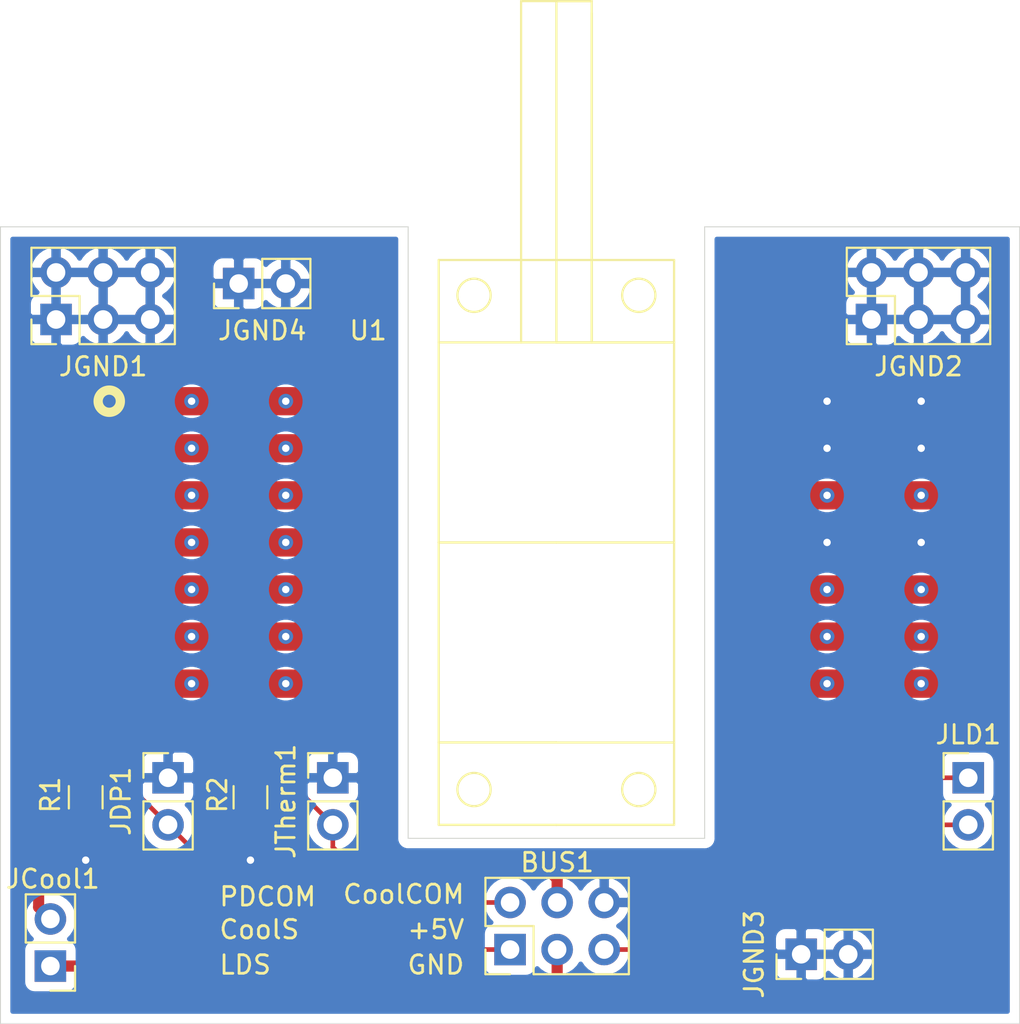
<source format=kicad_pcb>
(kicad_pcb (version 20171130) (host pcbnew 5.1.5+dfsg1-2build2)

  (general
    (thickness 1.6)
    (drawings 15)
    (tracks 97)
    (zones 0)
    (modules 12)
    (nets 14)
  )

  (page A4)
  (layers
    (0 F.Cu signal)
    (31 B.Cu signal)
    (32 B.Adhes user)
    (33 F.Adhes user)
    (34 B.Paste user)
    (35 F.Paste user)
    (36 B.SilkS user)
    (37 F.SilkS user)
    (38 B.Mask user)
    (39 F.Mask user)
    (40 Dwgs.User user)
    (41 Cmts.User user)
    (42 Eco1.User user)
    (43 Eco2.User user)
    (44 Edge.Cuts user)
    (45 Margin user)
    (46 B.CrtYd user)
    (47 F.CrtYd user)
    (48 B.Fab user)
    (49 F.Fab user hide)
  )

  (setup
    (last_trace_width 0.25)
    (user_trace_width 0.6)
    (trace_clearance 0.2)
    (zone_clearance 0.508)
    (zone_45_only no)
    (trace_min 0.2)
    (via_size 0.8)
    (via_drill 0.4)
    (via_min_size 0.4)
    (via_min_drill 0.3)
    (uvia_size 0.3)
    (uvia_drill 0.1)
    (uvias_allowed no)
    (uvia_min_size 0.2)
    (uvia_min_drill 0.1)
    (edge_width 0.05)
    (segment_width 0.2)
    (pcb_text_width 0.3)
    (pcb_text_size 1.5 1.5)
    (mod_edge_width 0.12)
    (mod_text_size 1 1)
    (mod_text_width 0.15)
    (pad_size 1.524 1.524)
    (pad_drill 0.762)
    (pad_to_mask_clearance 0.051)
    (solder_mask_min_width 0.25)
    (aux_axis_origin 92.766999 155.65)
    (grid_origin 92.766999 155.65)
    (visible_elements FFFFFF7F)
    (pcbplotparams
      (layerselection 0x010fc_ffffffff)
      (usegerberextensions true)
      (usegerberattributes false)
      (usegerberadvancedattributes false)
      (creategerberjobfile false)
      (excludeedgelayer true)
      (linewidth 0.100000)
      (plotframeref false)
      (viasonmask false)
      (mode 1)
      (useauxorigin false)
      (hpglpennumber 1)
      (hpglpenspeed 20)
      (hpglpendiameter 15.000000)
      (psnegative false)
      (psa4output false)
      (plotreference true)
      (plotvalue true)
      (plotinvisibletext false)
      (padsonsilk false)
      (subtractmaskfromsilk false)
      (outputformat 1)
      (mirror false)
      (drillshape 0)
      (scaleselection 1)
      (outputdirectory "AAB_NTK4_Mezonin/"))
  )

  (net 0 "")
  (net 1 /LDSource)
  (net 2 GND)
  (net 3 /CoolCOM)
  (net 4 /CoolSource)
  (net 5 /PDCOM)
  (net 6 +5V)
  (net 7 "Net-(JCool1-Pad2)")
  (net 8 "Net-(JLD1-Pad1)")
  (net 9 "Net-(U1-Pad12)")
  (net 10 "Net-(U1-Pad6)")
  (net 11 "Net-(U1-Pad8)")
  (net 12 "Net-(U1-Pad7)")
  (net 13 "Net-(U1-Pad9)")

  (net_class Default "This is the default net class."
    (clearance 0.2)
    (trace_width 0.25)
    (via_dia 0.8)
    (via_drill 0.4)
    (uvia_dia 0.3)
    (uvia_drill 0.1)
    (add_net +5V)
    (add_net /CoolCOM)
    (add_net /CoolSource)
    (add_net /LDSource)
    (add_net /PDCOM)
    (add_net GND)
    (add_net "Net-(JCool1-Pad2)")
    (add_net "Net-(JLD1-Pad1)")
    (add_net "Net-(U1-Pad12)")
    (add_net "Net-(U1-Pad6)")
    (add_net "Net-(U1-Pad7)")
    (add_net "Net-(U1-Pad8)")
    (add_net "Net-(U1-Pad9)")
  )

  (module aab_pcb_lib:LD14BF (layer F.Cu) (tedit 6193ACFC) (tstamp 61945C67)
    (at 122.766999 129.68)
    (path /6192372B)
    (fp_text reference U1 (at -10.16 -11.43) (layer F.SilkS)
      (effects (font (size 1 1) (thickness 0.15)))
    )
    (fp_text value LD (at 0 17.915) (layer F.Fab)
      (effects (font (size 1 1) (thickness 0.15)))
    )
    (fp_line (start 0 0) (end 6.35 0) (layer F.SilkS) (width 0.12))
    (fp_line (start 6.35 0) (end 6.35 15.24) (layer F.SilkS) (width 0.12))
    (fp_line (start 6.35 15.24) (end 0 15.24) (layer F.SilkS) (width 0.12))
    (fp_line (start 0 -15.24) (end 6.35 -15.24) (layer F.SilkS) (width 0.12))
    (fp_line (start 6.35 0) (end 0 0) (layer F.SilkS) (width 0.12))
    (fp_line (start 6.35 -15.24) (end 6.35 0) (layer F.SilkS) (width 0.12))
    (fp_line (start 0 15.24) (end -6.35 15.24) (layer F.SilkS) (width 0.12))
    (fp_line (start 0 0) (end -6.35 0) (layer F.SilkS) (width 0.12))
    (fp_line (start -6.35 -15.24) (end 0 -15.24) (layer F.SilkS) (width 0.12))
    (fp_line (start -6.35 15.24) (end -6.35 0) (layer F.SilkS) (width 0.12))
    (fp_line (start -6.35 0) (end -6.35 -15.24) (layer F.SilkS) (width 0.12))
    (fp_line (start -6.35 0) (end 0 0) (layer F.SilkS) (width 0.12))
    (fp_circle (center 4.445 -13.335) (end 5.08 -12.7) (layer F.SilkS) (width 0.12))
    (fp_circle (center -4.445 -13.335) (end -5.08 -13.97) (layer F.SilkS) (width 0.12))
    (fp_circle (center -4.445 13.335) (end -5.08 12.7) (layer F.SilkS) (width 0.12))
    (fp_circle (center 4.445 13.335) (end 3.81 13.97) (layer F.SilkS) (width 0.12))
    (fp_line (start 0 -10.795) (end 6.35 -10.795) (layer F.SilkS) (width 0.12))
    (fp_line (start 6.35 -10.795) (end 0 -10.795) (layer F.SilkS) (width 0.12))
    (fp_line (start 0 -10.795) (end -6.35 -10.795) (layer F.SilkS) (width 0.12))
    (fp_line (start -6.35 10.795) (end 0 10.795) (layer F.SilkS) (width 0.12))
    (fp_line (start 0 10.795) (end 6.35 10.795) (layer F.SilkS) (width 0.12))
    (fp_line (start 0 10.795) (end -6.35 10.795) (layer F.SilkS) (width 0.12))
    (fp_line (start 0 -10.795) (end 0 -29.21) (layer F.SilkS) (width 0.12))
    (fp_line (start 0 -29.21) (end 1.905 -29.21) (layer F.SilkS) (width 0.12))
    (fp_line (start 1.905 -28.575) (end 1.905 -10.795) (layer F.SilkS) (width 0.12))
    (fp_line (start 1.905 -10.795) (end 1.905 -29.21) (layer F.SilkS) (width 0.12))
    (fp_line (start 1.905 -29.21) (end -1.905 -29.21) (layer F.SilkS) (width 0.12))
    (fp_line (start -1.905 -29.21) (end -1.905 -10.795) (layer F.SilkS) (width 0.12))
    (pad 3 smd rect (at -17.145 -2.54) (size 10.16 1.524) (layers F.Cu F.Paste F.Mask)
      (net 5 /PDCOM))
    (pad 14 smd rect (at 17.145 -7.62) (size 10.16 1.524) (layers F.Cu F.Paste F.Mask)
      (net 2 GND))
    (pad 12 smd rect (at 17.145 -2.54) (size 10.16 1.524) (layers F.Cu F.Paste F.Mask)
      (net 9 "Net-(U1-Pad12)"))
    (pad 6 smd rect (at -17.145 5.08) (size 10.16 1.524) (layers F.Cu F.Paste F.Mask)
      (net 10 "Net-(U1-Pad6)"))
    (pad 13 smd rect (at 17.145 -5.08) (size 10.16 1.524) (layers F.Cu F.Paste F.Mask)
      (net 2 GND))
    (pad 8 smd rect (at 17.145 7.62) (size 10.16 1.524) (layers F.Cu F.Paste F.Mask)
      (net 11 "Net-(U1-Pad8)"))
    (pad 2 smd rect (at -17.145 -5.08) (size 10.16 1.524) (layers F.Cu F.Paste F.Mask)
      (net 6 +5V))
    (pad 10 smd rect (at 17.145 2.54) (size 10.16 1.524) (layers F.Cu F.Paste F.Mask)
      (net 8 "Net-(JLD1-Pad1)"))
    (pad 4 smd rect (at -17.145 0) (size 10.16 1.524) (layers F.Cu F.Paste F.Mask)
      (net 6 +5V))
    (pad 7 smd rect (at -17.145 7.62) (size 10.16 1.524) (layers F.Cu F.Paste F.Mask)
      (net 12 "Net-(U1-Pad7)"))
    (pad 5 smd rect (at -17.145 2.54) (size 10.16 1.524) (layers F.Cu F.Paste F.Mask)
      (net 3 /CoolCOM))
    (pad 1 smd rect (at -17.145 -7.62) (size 10.16 1.524) (layers F.Cu F.Paste F.Mask)
      (net 7 "Net-(JCool1-Pad2)"))
    (pad 9 smd rect (at 17.145 5.08) (size 10.16 1.524) (layers F.Cu F.Paste F.Mask)
      (net 13 "Net-(U1-Pad9)"))
    (pad 11 smd rect (at 17.145 0) (size 10.16 1.524) (layers F.Cu F.Paste F.Mask)
      (net 2 GND))
  )

  (module Connector_PinHeader_2.54mm:PinHeader_2x03_P2.54mm_Vertical (layer F.Cu) (tedit 59FED5CC) (tstamp 619518E9)
    (at 139.766999 117.65 90)
    (descr "Through hole straight pin header, 2x03, 2.54mm pitch, double rows")
    (tags "Through hole pin header THT 2x03 2.54mm double row")
    (path /619665D5)
    (fp_text reference JGND2 (at -2.54 2.54 180) (layer F.SilkS)
      (effects (font (size 1 1) (thickness 0.15)))
    )
    (fp_text value Conn_02x03_Odd_Even (at 1.27 7.41 90) (layer F.Fab)
      (effects (font (size 1 1) (thickness 0.15)))
    )
    (fp_text user %R (at 1.27 2.54) (layer F.Fab)
      (effects (font (size 1 1) (thickness 0.15)))
    )
    (fp_line (start 4.35 -1.8) (end -1.8 -1.8) (layer F.CrtYd) (width 0.05))
    (fp_line (start 4.35 6.85) (end 4.35 -1.8) (layer F.CrtYd) (width 0.05))
    (fp_line (start -1.8 6.85) (end 4.35 6.85) (layer F.CrtYd) (width 0.05))
    (fp_line (start -1.8 -1.8) (end -1.8 6.85) (layer F.CrtYd) (width 0.05))
    (fp_line (start -1.33 -1.33) (end 0 -1.33) (layer F.SilkS) (width 0.12))
    (fp_line (start -1.33 0) (end -1.33 -1.33) (layer F.SilkS) (width 0.12))
    (fp_line (start 1.27 -1.33) (end 3.87 -1.33) (layer F.SilkS) (width 0.12))
    (fp_line (start 1.27 1.27) (end 1.27 -1.33) (layer F.SilkS) (width 0.12))
    (fp_line (start -1.33 1.27) (end 1.27 1.27) (layer F.SilkS) (width 0.12))
    (fp_line (start 3.87 -1.33) (end 3.87 6.41) (layer F.SilkS) (width 0.12))
    (fp_line (start -1.33 1.27) (end -1.33 6.41) (layer F.SilkS) (width 0.12))
    (fp_line (start -1.33 6.41) (end 3.87 6.41) (layer F.SilkS) (width 0.12))
    (fp_line (start -1.27 0) (end 0 -1.27) (layer F.Fab) (width 0.1))
    (fp_line (start -1.27 6.35) (end -1.27 0) (layer F.Fab) (width 0.1))
    (fp_line (start 3.81 6.35) (end -1.27 6.35) (layer F.Fab) (width 0.1))
    (fp_line (start 3.81 -1.27) (end 3.81 6.35) (layer F.Fab) (width 0.1))
    (fp_line (start 0 -1.27) (end 3.81 -1.27) (layer F.Fab) (width 0.1))
    (pad 6 thru_hole oval (at 2.54 5.08 90) (size 1.7 1.7) (drill 1) (layers *.Cu *.Mask)
      (net 2 GND))
    (pad 5 thru_hole oval (at 0 5.08 90) (size 1.7 1.7) (drill 1) (layers *.Cu *.Mask)
      (net 2 GND))
    (pad 4 thru_hole oval (at 2.54 2.54 90) (size 1.7 1.7) (drill 1) (layers *.Cu *.Mask)
      (net 2 GND))
    (pad 3 thru_hole oval (at 0 2.54 90) (size 1.7 1.7) (drill 1) (layers *.Cu *.Mask)
      (net 2 GND))
    (pad 2 thru_hole oval (at 2.54 0 90) (size 1.7 1.7) (drill 1) (layers *.Cu *.Mask)
      (net 2 GND))
    (pad 1 thru_hole rect (at 0 0 90) (size 1.7 1.7) (drill 1) (layers *.Cu *.Mask)
      (net 2 GND))
    (model ${KISYS3DMOD}/Connector_PinHeader_2.54mm.3dshapes/PinHeader_2x03_P2.54mm_Vertical.wrl
      (at (xyz 0 0 0))
      (scale (xyz 1 1 1))
      (rotate (xyz 0 0 0))
    )
  )

  (module Connector_PinHeader_2.54mm:PinHeader_2x03_P2.54mm_Vertical (layer F.Cu) (tedit 59FED5CC) (tstamp 619518CD)
    (at 95.766999 117.65 90)
    (descr "Through hole straight pin header, 2x03, 2.54mm pitch, double rows")
    (tags "Through hole pin header THT 2x03 2.54mm double row")
    (path /61957134)
    (fp_text reference JGND1 (at -2.54 2.54 180) (layer F.SilkS)
      (effects (font (size 1 1) (thickness 0.15)))
    )
    (fp_text value Conn_02x03_Odd_Even (at 1.27 7.41 90) (layer F.Fab)
      (effects (font (size 1 1) (thickness 0.15)))
    )
    (fp_text user %R (at 1.27 2.54) (layer F.Fab)
      (effects (font (size 1 1) (thickness 0.15)))
    )
    (fp_line (start 4.35 -1.8) (end -1.8 -1.8) (layer F.CrtYd) (width 0.05))
    (fp_line (start 4.35 6.85) (end 4.35 -1.8) (layer F.CrtYd) (width 0.05))
    (fp_line (start -1.8 6.85) (end 4.35 6.85) (layer F.CrtYd) (width 0.05))
    (fp_line (start -1.8 -1.8) (end -1.8 6.85) (layer F.CrtYd) (width 0.05))
    (fp_line (start -1.33 -1.33) (end 0 -1.33) (layer F.SilkS) (width 0.12))
    (fp_line (start -1.33 0) (end -1.33 -1.33) (layer F.SilkS) (width 0.12))
    (fp_line (start 1.27 -1.33) (end 3.87 -1.33) (layer F.SilkS) (width 0.12))
    (fp_line (start 1.27 1.27) (end 1.27 -1.33) (layer F.SilkS) (width 0.12))
    (fp_line (start -1.33 1.27) (end 1.27 1.27) (layer F.SilkS) (width 0.12))
    (fp_line (start 3.87 -1.33) (end 3.87 6.41) (layer F.SilkS) (width 0.12))
    (fp_line (start -1.33 1.27) (end -1.33 6.41) (layer F.SilkS) (width 0.12))
    (fp_line (start -1.33 6.41) (end 3.87 6.41) (layer F.SilkS) (width 0.12))
    (fp_line (start -1.27 0) (end 0 -1.27) (layer F.Fab) (width 0.1))
    (fp_line (start -1.27 6.35) (end -1.27 0) (layer F.Fab) (width 0.1))
    (fp_line (start 3.81 6.35) (end -1.27 6.35) (layer F.Fab) (width 0.1))
    (fp_line (start 3.81 -1.27) (end 3.81 6.35) (layer F.Fab) (width 0.1))
    (fp_line (start 0 -1.27) (end 3.81 -1.27) (layer F.Fab) (width 0.1))
    (pad 6 thru_hole oval (at 2.54 5.08 90) (size 1.7 1.7) (drill 1) (layers *.Cu *.Mask)
      (net 2 GND))
    (pad 5 thru_hole oval (at 0 5.08 90) (size 1.7 1.7) (drill 1) (layers *.Cu *.Mask)
      (net 2 GND))
    (pad 4 thru_hole oval (at 2.54 2.54 90) (size 1.7 1.7) (drill 1) (layers *.Cu *.Mask)
      (net 2 GND))
    (pad 3 thru_hole oval (at 0 2.54 90) (size 1.7 1.7) (drill 1) (layers *.Cu *.Mask)
      (net 2 GND))
    (pad 2 thru_hole oval (at 2.54 0 90) (size 1.7 1.7) (drill 1) (layers *.Cu *.Mask)
      (net 2 GND))
    (pad 1 thru_hole rect (at 0 0 90) (size 1.7 1.7) (drill 1) (layers *.Cu *.Mask)
      (net 2 GND))
    (model ${KISYS3DMOD}/Connector_PinHeader_2.54mm.3dshapes/PinHeader_2x03_P2.54mm_Vertical.wrl
      (at (xyz 0 0 0))
      (scale (xyz 1 1 1))
      (rotate (xyz 0 0 0))
    )
  )

  (module Connector_PinHeader_2.54mm:PinHeader_2x03_P2.54mm_Vertical (layer F.Cu) (tedit 59FED5CC) (tstamp 6193863E)
    (at 120.266999 151.65 90)
    (descr "Through hole straight pin header, 2x03, 2.54mm pitch, double rows")
    (tags "Through hole pin header THT 2x03 2.54mm double row")
    (path /61923B84)
    (fp_text reference BUS1 (at 4.699 2.54 180) (layer F.SilkS)
      (effects (font (size 1 1) (thickness 0.15)))
    )
    (fp_text value Conn_02x03_Odd_Even (at 1.27 7.41 90) (layer F.Fab)
      (effects (font (size 1 1) (thickness 0.15)))
    )
    (fp_line (start 0 -1.27) (end 3.81 -1.27) (layer F.Fab) (width 0.1))
    (fp_line (start 3.81 -1.27) (end 3.81 6.35) (layer F.Fab) (width 0.1))
    (fp_line (start 3.81 6.35) (end -1.27 6.35) (layer F.Fab) (width 0.1))
    (fp_line (start -1.27 6.35) (end -1.27 0) (layer F.Fab) (width 0.1))
    (fp_line (start -1.27 0) (end 0 -1.27) (layer F.Fab) (width 0.1))
    (fp_line (start -1.33 6.41) (end 3.87 6.41) (layer F.SilkS) (width 0.12))
    (fp_line (start -1.33 1.27) (end -1.33 6.41) (layer F.SilkS) (width 0.12))
    (fp_line (start 3.87 -1.33) (end 3.87 6.41) (layer F.SilkS) (width 0.12))
    (fp_line (start -1.33 1.27) (end 1.27 1.27) (layer F.SilkS) (width 0.12))
    (fp_line (start 1.27 1.27) (end 1.27 -1.33) (layer F.SilkS) (width 0.12))
    (fp_line (start 1.27 -1.33) (end 3.87 -1.33) (layer F.SilkS) (width 0.12))
    (fp_line (start -1.33 0) (end -1.33 -1.33) (layer F.SilkS) (width 0.12))
    (fp_line (start -1.33 -1.33) (end 0 -1.33) (layer F.SilkS) (width 0.12))
    (fp_line (start -1.8 -1.8) (end -1.8 6.85) (layer F.CrtYd) (width 0.05))
    (fp_line (start -1.8 6.85) (end 4.35 6.85) (layer F.CrtYd) (width 0.05))
    (fp_line (start 4.35 6.85) (end 4.35 -1.8) (layer F.CrtYd) (width 0.05))
    (fp_line (start 4.35 -1.8) (end -1.8 -1.8) (layer F.CrtYd) (width 0.05))
    (fp_text user %R (at 1.27 2.54) (layer F.Fab)
      (effects (font (size 1 1) (thickness 0.15)))
    )
    (pad 1 thru_hole rect (at 0 0 90) (size 1.7 1.7) (drill 1) (layers *.Cu *.Mask)
      (net 5 /PDCOM))
    (pad 2 thru_hole oval (at 2.54 0 90) (size 1.7 1.7) (drill 1) (layers *.Cu *.Mask)
      (net 3 /CoolCOM))
    (pad 3 thru_hole oval (at 0 2.54 90) (size 1.7 1.7) (drill 1) (layers *.Cu *.Mask)
      (net 4 /CoolSource))
    (pad 4 thru_hole oval (at 2.54 2.54 90) (size 1.7 1.7) (drill 1) (layers *.Cu *.Mask)
      (net 6 +5V))
    (pad 5 thru_hole oval (at 0 5.08 90) (size 1.7 1.7) (drill 1) (layers *.Cu *.Mask)
      (net 1 /LDSource))
    (pad 6 thru_hole oval (at 2.54 5.08 90) (size 1.7 1.7) (drill 1) (layers *.Cu *.Mask)
      (net 2 GND))
    (model ${KISYS3DMOD}/Connector_PinHeader_2.54mm.3dshapes/PinHeader_2x03_P2.54mm_Vertical.wrl
      (at (xyz 0 0 0))
      (scale (xyz 1 1 1))
      (rotate (xyz 0 0 0))
    )
  )

  (module Connector_PinHeader_2.54mm:PinHeader_1x02_P2.54mm_Vertical (layer F.Cu) (tedit 59FED5CC) (tstamp 619386B4)
    (at 95.461999 152.54 180)
    (descr "Through hole straight pin header, 1x02, 2.54mm pitch, single row")
    (tags "Through hole pin header THT 1x02 2.54mm single row")
    (path /619BC22B)
    (fp_text reference JCool1 (at -0.127 4.699 180) (layer F.SilkS)
      (effects (font (size 1 1) (thickness 0.15)))
    )
    (fp_text value Conn_02x01 (at 0 4.87) (layer F.Fab)
      (effects (font (size 1 1) (thickness 0.15)))
    )
    (fp_text user %R (at 0 1.27 90) (layer F.Fab)
      (effects (font (size 1 1) (thickness 0.15)))
    )
    (fp_line (start 1.8 -1.8) (end -1.8 -1.8) (layer F.CrtYd) (width 0.05))
    (fp_line (start 1.8 4.35) (end 1.8 -1.8) (layer F.CrtYd) (width 0.05))
    (fp_line (start -1.8 4.35) (end 1.8 4.35) (layer F.CrtYd) (width 0.05))
    (fp_line (start -1.8 -1.8) (end -1.8 4.35) (layer F.CrtYd) (width 0.05))
    (fp_line (start -1.33 -1.33) (end 0 -1.33) (layer F.SilkS) (width 0.12))
    (fp_line (start -1.33 0) (end -1.33 -1.33) (layer F.SilkS) (width 0.12))
    (fp_line (start -1.33 1.27) (end 1.33 1.27) (layer F.SilkS) (width 0.12))
    (fp_line (start 1.33 1.27) (end 1.33 3.87) (layer F.SilkS) (width 0.12))
    (fp_line (start -1.33 1.27) (end -1.33 3.87) (layer F.SilkS) (width 0.12))
    (fp_line (start -1.33 3.87) (end 1.33 3.87) (layer F.SilkS) (width 0.12))
    (fp_line (start -1.27 -0.635) (end -0.635 -1.27) (layer F.Fab) (width 0.1))
    (fp_line (start -1.27 3.81) (end -1.27 -0.635) (layer F.Fab) (width 0.1))
    (fp_line (start 1.27 3.81) (end -1.27 3.81) (layer F.Fab) (width 0.1))
    (fp_line (start 1.27 -1.27) (end 1.27 3.81) (layer F.Fab) (width 0.1))
    (fp_line (start -0.635 -1.27) (end 1.27 -1.27) (layer F.Fab) (width 0.1))
    (pad 2 thru_hole oval (at 0 2.54 180) (size 1.7 1.7) (drill 1) (layers *.Cu *.Mask)
      (net 7 "Net-(JCool1-Pad2)"))
    (pad 1 thru_hole rect (at 0 0 180) (size 1.7 1.7) (drill 1) (layers *.Cu *.Mask)
      (net 4 /CoolSource))
    (model ${KISYS3DMOD}/Connector_PinHeader_2.54mm.3dshapes/PinHeader_1x02_P2.54mm_Vertical.wrl
      (at (xyz 0 0 0))
      (scale (xyz 1 1 1))
      (rotate (xyz 0 0 0))
    )
  )

  (module Resistor_SMD:R_1206_3216Metric_Pad1.42x1.75mm_HandSolder (layer F.Cu) (tedit 5B301BBD) (tstamp 61938707)
    (at 97.366999 143.4325 270)
    (descr "Resistor SMD 1206 (3216 Metric), square (rectangular) end terminal, IPC_7351 nominal with elongated pad for handsoldering. (Body size source: http://www.tortai-tech.com/upload/download/2011102023233369053.pdf), generated with kicad-footprint-generator")
    (tags "resistor handsolder")
    (path /6192BA7D)
    (attr smd)
    (fp_text reference R1 (at -0.127 1.905 90) (layer F.SilkS)
      (effects (font (size 1 1) (thickness 0.15)))
    )
    (fp_text value R6k (at 0 1.82 90) (layer F.Fab)
      (effects (font (size 1 1) (thickness 0.15)))
    )
    (fp_line (start -1.6 0.8) (end -1.6 -0.8) (layer F.Fab) (width 0.1))
    (fp_line (start -1.6 -0.8) (end 1.6 -0.8) (layer F.Fab) (width 0.1))
    (fp_line (start 1.6 -0.8) (end 1.6 0.8) (layer F.Fab) (width 0.1))
    (fp_line (start 1.6 0.8) (end -1.6 0.8) (layer F.Fab) (width 0.1))
    (fp_line (start -0.602064 -0.91) (end 0.602064 -0.91) (layer F.SilkS) (width 0.12))
    (fp_line (start -0.602064 0.91) (end 0.602064 0.91) (layer F.SilkS) (width 0.12))
    (fp_line (start -2.45 1.12) (end -2.45 -1.12) (layer F.CrtYd) (width 0.05))
    (fp_line (start -2.45 -1.12) (end 2.45 -1.12) (layer F.CrtYd) (width 0.05))
    (fp_line (start 2.45 -1.12) (end 2.45 1.12) (layer F.CrtYd) (width 0.05))
    (fp_line (start 2.45 1.12) (end -2.45 1.12) (layer F.CrtYd) (width 0.05))
    (fp_text user %R (at 0 0 270) (layer F.Fab)
      (effects (font (size 0.8 0.8) (thickness 0.12)))
    )
    (pad 1 smd roundrect (at -1.4875 0 270) (size 1.425 1.75) (layers F.Cu F.Paste F.Mask) (roundrect_rratio 0.175439)
      (net 5 /PDCOM))
    (pad 2 smd roundrect (at 1.4875 0 270) (size 1.425 1.75) (layers F.Cu F.Paste F.Mask) (roundrect_rratio 0.175439)
      (net 2 GND))
    (model ${KISYS3DMOD}/Resistor_SMD.3dshapes/R_1206_3216Metric.wrl
      (at (xyz 0 0 0))
      (scale (xyz 1 1 1))
      (rotate (xyz 0 0 0))
    )
  )

  (module Connector_PinHeader_2.54mm:PinHeader_1x02_P2.54mm_Vertical (layer F.Cu) (tedit 59FED5CC) (tstamp 619386CA)
    (at 101.811999 142.38)
    (descr "Through hole straight pin header, 1x02, 2.54mm pitch, single row")
    (tags "Through hole pin header THT 1x02 2.54mm single row")
    (path /6193C65C)
    (fp_text reference JDP1 (at -2.54 1.27 90) (layer F.SilkS)
      (effects (font (size 1 1) (thickness 0.15)))
    )
    (fp_text value Conn_02x01 (at 0 4.87) (layer F.Fab)
      (effects (font (size 1 1) (thickness 0.15)))
    )
    (fp_text user %R (at 0 1.27 90) (layer F.Fab)
      (effects (font (size 1 1) (thickness 0.15)))
    )
    (fp_line (start 1.8 -1.8) (end -1.8 -1.8) (layer F.CrtYd) (width 0.05))
    (fp_line (start 1.8 4.35) (end 1.8 -1.8) (layer F.CrtYd) (width 0.05))
    (fp_line (start -1.8 4.35) (end 1.8 4.35) (layer F.CrtYd) (width 0.05))
    (fp_line (start -1.8 -1.8) (end -1.8 4.35) (layer F.CrtYd) (width 0.05))
    (fp_line (start -1.33 -1.33) (end 0 -1.33) (layer F.SilkS) (width 0.12))
    (fp_line (start -1.33 0) (end -1.33 -1.33) (layer F.SilkS) (width 0.12))
    (fp_line (start -1.33 1.27) (end 1.33 1.27) (layer F.SilkS) (width 0.12))
    (fp_line (start 1.33 1.27) (end 1.33 3.87) (layer F.SilkS) (width 0.12))
    (fp_line (start -1.33 1.27) (end -1.33 3.87) (layer F.SilkS) (width 0.12))
    (fp_line (start -1.33 3.87) (end 1.33 3.87) (layer F.SilkS) (width 0.12))
    (fp_line (start -1.27 -0.635) (end -0.635 -1.27) (layer F.Fab) (width 0.1))
    (fp_line (start -1.27 3.81) (end -1.27 -0.635) (layer F.Fab) (width 0.1))
    (fp_line (start 1.27 3.81) (end -1.27 3.81) (layer F.Fab) (width 0.1))
    (fp_line (start 1.27 -1.27) (end 1.27 3.81) (layer F.Fab) (width 0.1))
    (fp_line (start -0.635 -1.27) (end 1.27 -1.27) (layer F.Fab) (width 0.1))
    (pad 2 thru_hole oval (at 0 2.54) (size 1.7 1.7) (drill 1) (layers *.Cu *.Mask)
      (net 5 /PDCOM))
    (pad 1 thru_hole rect (at 0 0) (size 1.7 1.7) (drill 1) (layers *.Cu *.Mask)
      (net 2 GND))
    (model ${KISYS3DMOD}/Connector_PinHeader_2.54mm.3dshapes/PinHeader_1x02_P2.54mm_Vertical.wrl
      (at (xyz 0 0 0))
      (scale (xyz 1 1 1))
      (rotate (xyz 0 0 0))
    )
  )

  (module Resistor_SMD:R_1206_3216Metric_Pad1.42x1.75mm_HandSolder (layer F.Cu) (tedit 5B301BBD) (tstamp 61938718)
    (at 106.256999 143.4325 270)
    (descr "Resistor SMD 1206 (3216 Metric), square (rectangular) end terminal, IPC_7351 nominal with elongated pad for handsoldering. (Body size source: http://www.tortai-tech.com/upload/download/2011102023233369053.pdf), generated with kicad-footprint-generator")
    (tags "resistor handsolder")
    (path /6192C675)
    (attr smd)
    (fp_text reference R2 (at -0.127 1.778 90) (layer F.SilkS)
      (effects (font (size 1 1) (thickness 0.15)))
    )
    (fp_text value R10k (at 0 1.82 90) (layer F.Fab)
      (effects (font (size 1 1) (thickness 0.15)))
    )
    (fp_text user %R (at 0 0 90) (layer F.Fab)
      (effects (font (size 0.8 0.8) (thickness 0.12)))
    )
    (fp_line (start 2.45 1.12) (end -2.45 1.12) (layer F.CrtYd) (width 0.05))
    (fp_line (start 2.45 -1.12) (end 2.45 1.12) (layer F.CrtYd) (width 0.05))
    (fp_line (start -2.45 -1.12) (end 2.45 -1.12) (layer F.CrtYd) (width 0.05))
    (fp_line (start -2.45 1.12) (end -2.45 -1.12) (layer F.CrtYd) (width 0.05))
    (fp_line (start -0.602064 0.91) (end 0.602064 0.91) (layer F.SilkS) (width 0.12))
    (fp_line (start -0.602064 -0.91) (end 0.602064 -0.91) (layer F.SilkS) (width 0.12))
    (fp_line (start 1.6 0.8) (end -1.6 0.8) (layer F.Fab) (width 0.1))
    (fp_line (start 1.6 -0.8) (end 1.6 0.8) (layer F.Fab) (width 0.1))
    (fp_line (start -1.6 -0.8) (end 1.6 -0.8) (layer F.Fab) (width 0.1))
    (fp_line (start -1.6 0.8) (end -1.6 -0.8) (layer F.Fab) (width 0.1))
    (pad 2 smd roundrect (at 1.4875 0 270) (size 1.425 1.75) (layers F.Cu F.Paste F.Mask) (roundrect_rratio 0.175439)
      (net 2 GND))
    (pad 1 smd roundrect (at -1.4875 0 270) (size 1.425 1.75) (layers F.Cu F.Paste F.Mask) (roundrect_rratio 0.175439)
      (net 3 /CoolCOM))
    (model ${KISYS3DMOD}/Resistor_SMD.3dshapes/R_1206_3216Metric.wrl
      (at (xyz 0 0 0))
      (scale (xyz 1 1 1))
      (rotate (xyz 0 0 0))
    )
  )

  (module Connector_PinHeader_2.54mm:PinHeader_1x02_P2.54mm_Vertical (layer F.Cu) (tedit 59FED5CC) (tstamp 619386F6)
    (at 110.701999 142.38)
    (descr "Through hole straight pin header, 1x02, 2.54mm pitch, single row")
    (tags "Through hole pin header THT 1x02 2.54mm single row")
    (path /6193BB6D)
    (fp_text reference JTherm1 (at -2.54 1.27 90) (layer F.SilkS)
      (effects (font (size 1 1) (thickness 0.15)))
    )
    (fp_text value Conn_02x01 (at 0 4.87) (layer F.Fab)
      (effects (font (size 1 1) (thickness 0.15)))
    )
    (fp_text user %R (at 0 1.27 90) (layer F.Fab)
      (effects (font (size 1 1) (thickness 0.15)))
    )
    (fp_line (start 1.8 -1.8) (end -1.8 -1.8) (layer F.CrtYd) (width 0.05))
    (fp_line (start 1.8 4.35) (end 1.8 -1.8) (layer F.CrtYd) (width 0.05))
    (fp_line (start -1.8 4.35) (end 1.8 4.35) (layer F.CrtYd) (width 0.05))
    (fp_line (start -1.8 -1.8) (end -1.8 4.35) (layer F.CrtYd) (width 0.05))
    (fp_line (start -1.33 -1.33) (end 0 -1.33) (layer F.SilkS) (width 0.12))
    (fp_line (start -1.33 0) (end -1.33 -1.33) (layer F.SilkS) (width 0.12))
    (fp_line (start -1.33 1.27) (end 1.33 1.27) (layer F.SilkS) (width 0.12))
    (fp_line (start 1.33 1.27) (end 1.33 3.87) (layer F.SilkS) (width 0.12))
    (fp_line (start -1.33 1.27) (end -1.33 3.87) (layer F.SilkS) (width 0.12))
    (fp_line (start -1.33 3.87) (end 1.33 3.87) (layer F.SilkS) (width 0.12))
    (fp_line (start -1.27 -0.635) (end -0.635 -1.27) (layer F.Fab) (width 0.1))
    (fp_line (start -1.27 3.81) (end -1.27 -0.635) (layer F.Fab) (width 0.1))
    (fp_line (start 1.27 3.81) (end -1.27 3.81) (layer F.Fab) (width 0.1))
    (fp_line (start 1.27 -1.27) (end 1.27 3.81) (layer F.Fab) (width 0.1))
    (fp_line (start -0.635 -1.27) (end 1.27 -1.27) (layer F.Fab) (width 0.1))
    (pad 2 thru_hole oval (at 0 2.54) (size 1.7 1.7) (drill 1) (layers *.Cu *.Mask)
      (net 3 /CoolCOM))
    (pad 1 thru_hole rect (at 0 0) (size 1.7 1.7) (drill 1) (layers *.Cu *.Mask)
      (net 2 GND))
    (model ${KISYS3DMOD}/Connector_PinHeader_2.54mm.3dshapes/PinHeader_1x02_P2.54mm_Vertical.wrl
      (at (xyz 0 0 0))
      (scale (xyz 1 1 1))
      (rotate (xyz 0 0 0))
    )
  )

  (module Connector_PinHeader_2.54mm:PinHeader_1x02_P2.54mm_Vertical (layer F.Cu) (tedit 59FED5CC) (tstamp 619386E0)
    (at 144.991999 142.38)
    (descr "Through hole straight pin header, 1x02, 2.54mm pitch, single row")
    (tags "Through hole pin header THT 1x02 2.54mm single row")
    (path /619DBB29)
    (fp_text reference JLD1 (at 0 -2.33) (layer F.SilkS)
      (effects (font (size 1 1) (thickness 0.15)))
    )
    (fp_text value Conn_02x01 (at 0 4.87) (layer F.Fab)
      (effects (font (size 1 1) (thickness 0.15)))
    )
    (fp_text user %R (at 0 1.27 90) (layer F.Fab)
      (effects (font (size 1 1) (thickness 0.15)))
    )
    (fp_line (start 1.8 -1.8) (end -1.8 -1.8) (layer F.CrtYd) (width 0.05))
    (fp_line (start 1.8 4.35) (end 1.8 -1.8) (layer F.CrtYd) (width 0.05))
    (fp_line (start -1.8 4.35) (end 1.8 4.35) (layer F.CrtYd) (width 0.05))
    (fp_line (start -1.8 -1.8) (end -1.8 4.35) (layer F.CrtYd) (width 0.05))
    (fp_line (start -1.33 -1.33) (end 0 -1.33) (layer F.SilkS) (width 0.12))
    (fp_line (start -1.33 0) (end -1.33 -1.33) (layer F.SilkS) (width 0.12))
    (fp_line (start -1.33 1.27) (end 1.33 1.27) (layer F.SilkS) (width 0.12))
    (fp_line (start 1.33 1.27) (end 1.33 3.87) (layer F.SilkS) (width 0.12))
    (fp_line (start -1.33 1.27) (end -1.33 3.87) (layer F.SilkS) (width 0.12))
    (fp_line (start -1.33 3.87) (end 1.33 3.87) (layer F.SilkS) (width 0.12))
    (fp_line (start -1.27 -0.635) (end -0.635 -1.27) (layer F.Fab) (width 0.1))
    (fp_line (start -1.27 3.81) (end -1.27 -0.635) (layer F.Fab) (width 0.1))
    (fp_line (start 1.27 3.81) (end -1.27 3.81) (layer F.Fab) (width 0.1))
    (fp_line (start 1.27 -1.27) (end 1.27 3.81) (layer F.Fab) (width 0.1))
    (fp_line (start -0.635 -1.27) (end 1.27 -1.27) (layer F.Fab) (width 0.1))
    (pad 2 thru_hole oval (at 0 2.54) (size 1.7 1.7) (drill 1) (layers *.Cu *.Mask)
      (net 1 /LDSource))
    (pad 1 thru_hole rect (at 0 0) (size 1.7 1.7) (drill 1) (layers *.Cu *.Mask)
      (net 8 "Net-(JLD1-Pad1)"))
    (model ${KISYS3DMOD}/Connector_PinHeader_2.54mm.3dshapes/PinHeader_1x02_P2.54mm_Vertical.wrl
      (at (xyz 0 0 0))
      (scale (xyz 1 1 1))
      (rotate (xyz 0 0 0))
    )
  )

  (module Connector_PinHeader_2.54mm:PinHeader_1x02_P2.54mm_Vertical (layer F.Cu) (tedit 59FED5CC) (tstamp 6193869E)
    (at 105.621999 115.71 90)
    (descr "Through hole straight pin header, 1x02, 2.54mm pitch, single row")
    (tags "Through hole pin header THT 1x02 2.54mm single row")
    (path /61993534)
    (fp_text reference JGND4 (at -2.54 1.27) (layer F.SilkS)
      (effects (font (size 1 1) (thickness 0.15)))
    )
    (fp_text value Conn_02x01 (at 0 4.87 90) (layer F.Fab)
      (effects (font (size 1 1) (thickness 0.15)))
    )
    (fp_text user %R (at 0 1.27) (layer F.Fab)
      (effects (font (size 1 1) (thickness 0.15)))
    )
    (fp_line (start 1.8 -1.8) (end -1.8 -1.8) (layer F.CrtYd) (width 0.05))
    (fp_line (start 1.8 4.35) (end 1.8 -1.8) (layer F.CrtYd) (width 0.05))
    (fp_line (start -1.8 4.35) (end 1.8 4.35) (layer F.CrtYd) (width 0.05))
    (fp_line (start -1.8 -1.8) (end -1.8 4.35) (layer F.CrtYd) (width 0.05))
    (fp_line (start -1.33 -1.33) (end 0 -1.33) (layer F.SilkS) (width 0.12))
    (fp_line (start -1.33 0) (end -1.33 -1.33) (layer F.SilkS) (width 0.12))
    (fp_line (start -1.33 1.27) (end 1.33 1.27) (layer F.SilkS) (width 0.12))
    (fp_line (start 1.33 1.27) (end 1.33 3.87) (layer F.SilkS) (width 0.12))
    (fp_line (start -1.33 1.27) (end -1.33 3.87) (layer F.SilkS) (width 0.12))
    (fp_line (start -1.33 3.87) (end 1.33 3.87) (layer F.SilkS) (width 0.12))
    (fp_line (start -1.27 -0.635) (end -0.635 -1.27) (layer F.Fab) (width 0.1))
    (fp_line (start -1.27 3.81) (end -1.27 -0.635) (layer F.Fab) (width 0.1))
    (fp_line (start 1.27 3.81) (end -1.27 3.81) (layer F.Fab) (width 0.1))
    (fp_line (start 1.27 -1.27) (end 1.27 3.81) (layer F.Fab) (width 0.1))
    (fp_line (start -0.635 -1.27) (end 1.27 -1.27) (layer F.Fab) (width 0.1))
    (pad 2 thru_hole oval (at 0 2.54 90) (size 1.7 1.7) (drill 1) (layers *.Cu *.Mask)
      (net 2 GND))
    (pad 1 thru_hole rect (at 0 0 90) (size 1.7 1.7) (drill 1) (layers *.Cu *.Mask)
      (net 2 GND))
    (model ${KISYS3DMOD}/Connector_PinHeader_2.54mm.3dshapes/PinHeader_1x02_P2.54mm_Vertical.wrl
      (at (xyz 0 0 0))
      (scale (xyz 1 1 1))
      (rotate (xyz 0 0 0))
    )
  )

  (module Connector_PinHeader_2.54mm:PinHeader_1x02_P2.54mm_Vertical (layer F.Cu) (tedit 59FED5CC) (tstamp 61938688)
    (at 135.974999 151.905 90)
    (descr "Through hole straight pin header, 1x02, 2.54mm pitch, single row")
    (tags "Through hole pin header THT 1x02 2.54mm single row")
    (path /61983F71)
    (fp_text reference JGND3 (at 0 -2.54 90) (layer F.SilkS)
      (effects (font (size 1 1) (thickness 0.15)))
    )
    (fp_text value Conn_02x01 (at 0 4.87 90) (layer F.Fab)
      (effects (font (size 1 1) (thickness 0.15)))
    )
    (fp_text user %R (at 0 1.27) (layer F.Fab)
      (effects (font (size 1 1) (thickness 0.15)))
    )
    (fp_line (start 1.8 -1.8) (end -1.8 -1.8) (layer F.CrtYd) (width 0.05))
    (fp_line (start 1.8 4.35) (end 1.8 -1.8) (layer F.CrtYd) (width 0.05))
    (fp_line (start -1.8 4.35) (end 1.8 4.35) (layer F.CrtYd) (width 0.05))
    (fp_line (start -1.8 -1.8) (end -1.8 4.35) (layer F.CrtYd) (width 0.05))
    (fp_line (start -1.33 -1.33) (end 0 -1.33) (layer F.SilkS) (width 0.12))
    (fp_line (start -1.33 0) (end -1.33 -1.33) (layer F.SilkS) (width 0.12))
    (fp_line (start -1.33 1.27) (end 1.33 1.27) (layer F.SilkS) (width 0.12))
    (fp_line (start 1.33 1.27) (end 1.33 3.87) (layer F.SilkS) (width 0.12))
    (fp_line (start -1.33 1.27) (end -1.33 3.87) (layer F.SilkS) (width 0.12))
    (fp_line (start -1.33 3.87) (end 1.33 3.87) (layer F.SilkS) (width 0.12))
    (fp_line (start -1.27 -0.635) (end -0.635 -1.27) (layer F.Fab) (width 0.1))
    (fp_line (start -1.27 3.81) (end -1.27 -0.635) (layer F.Fab) (width 0.1))
    (fp_line (start 1.27 3.81) (end -1.27 3.81) (layer F.Fab) (width 0.1))
    (fp_line (start 1.27 -1.27) (end 1.27 3.81) (layer F.Fab) (width 0.1))
    (fp_line (start -0.635 -1.27) (end 1.27 -1.27) (layer F.Fab) (width 0.1))
    (pad 2 thru_hole oval (at 0 2.54 90) (size 1.7 1.7) (drill 1) (layers *.Cu *.Mask)
      (net 2 GND))
    (pad 1 thru_hole rect (at 0 0 90) (size 1.7 1.7) (drill 1) (layers *.Cu *.Mask)
      (net 2 GND))
    (model ${KISYS3DMOD}/Connector_PinHeader_2.54mm.3dshapes/PinHeader_1x02_P2.54mm_Vertical.wrl
      (at (xyz 0 0 0))
      (scale (xyz 1 1 1))
      (rotate (xyz 0 0 0))
    )
  )

  (gr_text CoolCOM (at 114.523904 148.665) (layer F.SilkS)
    (effects (font (size 1 1) (thickness 0.15)))
  )
  (gr_text GND (at 116.261999 152.475) (layer F.SilkS)
    (effects (font (size 1 1) (thickness 0.15)))
  )
  (gr_text +5V (at 116.261999 150.57) (layer F.SilkS)
    (effects (font (size 1 1) (thickness 0.15)))
  )
  (gr_text LDS (at 105.975094 152.475) (layer F.SilkS)
    (effects (font (size 1 1) (thickness 0.15)))
  )
  (gr_text CoolS (at 106.736999 150.57) (layer F.SilkS)
    (effects (font (size 1 1) (thickness 0.15)))
  )
  (gr_text PDCOM (at 107.18938 148.79454) (layer F.SilkS)
    (effects (font (size 1 1) (thickness 0.15)))
  )
  (gr_line (start 130.766999 145.65) (end 114.766999 145.65) (layer Edge.Cuts) (width 0.05) (tstamp 61954906))
  (gr_line (start 114.766999 112.65) (end 92.766999 112.65) (layer Edge.Cuts) (width 0.05) (tstamp 619548F9))
  (gr_line (start 114.766999 145.65) (end 114.766999 112.65) (layer Edge.Cuts) (width 0.05))
  (gr_line (start 130.766999 112.65) (end 130.766999 145.65) (layer Edge.Cuts) (width 0.05))
  (gr_line (start 147.766999 112.65) (end 130.766999 112.65) (layer Edge.Cuts) (width 0.05))
  (gr_line (start 147.766999 155.65) (end 147.766999 112.65) (layer Edge.Cuts) (width 0.05))
  (gr_line (start 92.766999 155.65) (end 147.766999 155.65) (layer Edge.Cuts) (width 0.05))
  (gr_line (start 92.766999 112.65) (end 92.766999 155.65) (layer Edge.Cuts) (width 0.05))
  (gr_circle (center 98.636999 122.06) (end 99.236999 122.06) (layer F.SilkS) (width 0.5))

  (segment (start 135.466999 144.92) (end 143.086999 144.92) (width 0.25) (layer F.Cu) (net 1))
  (segment (start 143.086999 144.92) (end 144.991999 144.92) (width 0.25) (layer F.Cu) (net 1))
  (segment (start 128.736999 151.65) (end 135.466999 144.92) (width 0.25) (layer F.Cu) (net 1))
  (segment (start 125.346999 151.65) (end 128.736999 151.65) (width 0.25) (layer F.Cu) (net 1))
  (via (at 97.366999 146.825) (size 0.8) (drill 0.4) (layers F.Cu B.Cu) (net 2))
  (via (at 106.256999 146.825) (size 0.8) (drill 0.4) (layers F.Cu B.Cu) (net 2))
  (via (at 142.451999 122.06) (size 0.8) (drill 0.4) (layers F.Cu B.Cu) (net 2))
  (via (at 137.371999 122.06) (size 0.8) (drill 0.4) (layers F.Cu B.Cu) (net 2))
  (via (at 137.371999 124.6) (size 0.8) (drill 0.4) (layers F.Cu B.Cu) (net 2))
  (via (at 142.451999 124.6) (size 0.8) (drill 0.4) (layers F.Cu B.Cu) (net 2))
  (via (at 137.371999 129.68) (size 0.8) (drill 0.4) (layers F.Cu B.Cu) (net 2))
  (via (at 142.451999 129.68) (size 0.8) (drill 0.4) (layers F.Cu B.Cu) (net 2))
  (segment (start 105.021999 115.11) (end 105.621999 115.71) (width 0.25) (layer F.Cu) (net 2))
  (segment (start 97.366999 144.92) (end 97.366999 146.825) (width 0.25) (layer F.Cu) (net 2))
  (segment (start 106.256999 144.92) (end 106.256999 146.825) (width 0.25) (layer F.Cu) (net 2))
  (via (at 108.161999 132.22) (size 0.8) (drill 0.4) (layers F.Cu B.Cu) (net 3))
  (segment (start 110.701999 144.92) (end 110.701999 146.122081) (width 0.25) (layer F.Cu) (net 3))
  (segment (start 100.291999 132.22) (end 103.081999 132.22) (width 0.25) (layer F.Cu) (net 3))
  (segment (start 98.636999 133.875) (end 100.291999 132.22) (width 0.25) (layer F.Cu) (net 3))
  (segment (start 103.081999 132.22) (end 105.621999 132.22) (width 0.25) (layer F.Cu) (net 3) (tstamp 6196147A))
  (via (at 103.081999 132.22) (size 0.8) (drill 0.4) (layers F.Cu B.Cu) (net 3))
  (segment (start 113.689918 149.11) (end 110.701999 146.122081) (width 0.25) (layer F.Cu) (net 3))
  (segment (start 120.266999 149.11) (end 113.689918 149.11) (width 0.25) (layer F.Cu) (net 3))
  (segment (start 107.726999 141.945) (end 110.701999 144.92) (width 0.25) (layer F.Cu) (net 3))
  (segment (start 106.256999 141.945) (end 107.726999 141.945) (width 0.25) (layer F.Cu) (net 3))
  (segment (start 98.636999 137.935) (end 98.636999 133.875) (width 0.25) (layer F.Cu) (net 3))
  (segment (start 105.381999 141.945) (end 103.276999 139.84) (width 0.25) (layer F.Cu) (net 3))
  (segment (start 106.256999 141.945) (end 105.381999 141.945) (width 0.25) (layer F.Cu) (net 3))
  (segment (start 103.276999 139.84) (end 100.541999 139.84) (width 0.25) (layer F.Cu) (net 3))
  (segment (start 100.541999 139.84) (end 100.216998 139.514999) (width 0.25) (layer F.Cu) (net 3))
  (segment (start 100.216998 139.514999) (end 98.636999 137.935) (width 0.25) (layer F.Cu) (net 3))
  (segment (start 109.431999 152.54) (end 95.461999 152.54) (width 0.6) (layer F.Cu) (net 4))
  (segment (start 110.701999 153.81) (end 109.431999 152.54) (width 0.6) (layer F.Cu) (net 4))
  (segment (start 122.806999 151.65) (end 122.806999 153.305) (width 0.6) (layer F.Cu) (net 4))
  (segment (start 122.301999 153.81) (end 110.701999 153.81) (width 0.6) (layer F.Cu) (net 4))
  (segment (start 122.806999 153.305) (end 122.301999 153.81) (width 0.6) (layer F.Cu) (net 4))
  (via (at 108.161999 127.14) (size 0.8) (drill 0.4) (layers F.Cu B.Cu) (net 5))
  (segment (start 105.621999 148.73) (end 101.811999 144.92) (width 0.25) (layer F.Cu) (net 5))
  (segment (start 109.431999 148.73) (end 105.621999 148.73) (width 0.25) (layer F.Cu) (net 5))
  (segment (start 98.836999 141.945) (end 101.811999 144.92) (width 0.25) (layer F.Cu) (net 5))
  (segment (start 97.366999 141.945) (end 98.836999 141.945) (width 0.25) (layer F.Cu) (net 5))
  (segment (start 99.906999 127.14) (end 103.081999 127.14) (width 0.25) (layer F.Cu) (net 5))
  (segment (start 96.731999 130.315) (end 99.906999 127.14) (width 0.25) (layer F.Cu) (net 5))
  (segment (start 96.731999 140.5975) (end 96.731999 130.315) (width 0.25) (layer F.Cu) (net 5))
  (segment (start 97.366999 141.2325) (end 96.731999 140.5975) (width 0.25) (layer F.Cu) (net 5))
  (segment (start 97.366999 141.945) (end 97.366999 141.2325) (width 0.25) (layer F.Cu) (net 5))
  (segment (start 103.081999 127.14) (end 105.621999 127.14) (width 0.25) (layer F.Cu) (net 5) (tstamp 6196146F))
  (via (at 103.081999 127.14) (size 0.8) (drill 0.4) (layers F.Cu B.Cu) (net 5))
  (segment (start 112.351999 151.65) (end 109.431999 148.73) (width 0.25) (layer F.Cu) (net 5))
  (segment (start 120.266999 151.65) (end 112.351999 151.65) (width 0.25) (layer F.Cu) (net 5))
  (via (at 103.081999 129.68) (size 0.8) (drill 0.4) (layers F.Cu B.Cu) (net 6))
  (via (at 103.081999 124.6) (size 0.8) (drill 0.4) (layers F.Cu B.Cu) (net 6))
  (segment (start 108.161999 124.6) (end 105.621999 124.6) (width 0.6) (layer F.Cu) (net 6) (tstamp 6196146C))
  (via (at 108.161999 124.6) (size 0.8) (drill 0.4) (layers F.Cu B.Cu) (net 6))
  (segment (start 108.161999 129.68) (end 105.621999 129.68) (width 0.6) (layer F.Cu) (net 6) (tstamp 61961471))
  (via (at 108.161999 129.68) (size 0.8) (drill 0.4) (layers F.Cu B.Cu) (net 6))
  (segment (start 111.301999 129.68) (end 108.161999 129.68) (width 0.6) (layer F.Cu) (net 6))
  (segment (start 111.301999 129.68) (end 111.336999 129.68) (width 0.6) (layer F.Cu) (net 6))
  (segment (start 111.301999 124.6) (end 108.161999 124.6) (width 0.6) (layer F.Cu) (net 6))
  (segment (start 113.241999 127.775) (end 113.241999 126.54) (width 0.6) (layer F.Cu) (net 6))
  (segment (start 113.241999 126.54) (end 111.301999 124.6) (width 0.6) (layer F.Cu) (net 6))
  (segment (start 111.336999 129.68) (end 113.241999 127.775) (width 0.6) (layer F.Cu) (net 6))
  (segment (start 113.241999 131.62) (end 111.301999 129.68) (width 0.6) (layer F.Cu) (net 6))
  (segment (start 113.241999 145.89) (end 113.241999 131.62) (width 0.6) (layer F.Cu) (net 6))
  (segment (start 114.746999 147.395) (end 113.241999 145.89) (width 0.6) (layer F.Cu) (net 6))
  (segment (start 122.366999 147.395) (end 114.746999 147.395) (width 0.6) (layer F.Cu) (net 6))
  (segment (start 122.806999 147.835) (end 122.366999 147.395) (width 0.6) (layer F.Cu) (net 6))
  (segment (start 122.806999 149.11) (end 122.806999 147.835) (width 0.6) (layer F.Cu) (net 6))
  (via (at 108.161999 122.06) (size 0.8) (drill 0.4) (layers F.Cu B.Cu) (net 7))
  (segment (start 94.826999 127.175) (end 99.941999 122.06) (width 0.6) (layer F.Cu) (net 7))
  (segment (start 94.826999 149.365) (end 94.826999 127.175) (width 0.6) (layer F.Cu) (net 7))
  (segment (start 99.941999 122.06) (end 103.081999 122.06) (width 0.6) (layer F.Cu) (net 7))
  (segment (start 95.461999 150) (end 94.826999 149.365) (width 0.6) (layer F.Cu) (net 7))
  (segment (start 103.356999 122.06) (end 105.621999 122.06) (width 0.6) (layer F.Cu) (net 7) (tstamp 61961455))
  (segment (start 103.081999 122.06) (end 103.356999 122.06) (width 0.6) (layer F.Cu) (net 7) (tstamp 61961469))
  (via (at 103.081999 122.06) (size 0.8) (drill 0.4) (layers F.Cu B.Cu) (net 7))
  (via (at 142.451999 132.22) (size 0.8) (drill 0.4) (layers F.Cu B.Cu) (net 8))
  (segment (start 135.466999 142.38) (end 132.926999 139.84) (width 0.25) (layer F.Cu) (net 8))
  (segment (start 132.926999 133.875) (end 134.581999 132.22) (width 0.25) (layer F.Cu) (net 8))
  (segment (start 132.926999 134.76) (end 132.926999 133.875) (width 0.25) (layer F.Cu) (net 8))
  (segment (start 134.581999 132.22) (end 137.371999 132.22) (width 0.25) (layer F.Cu) (net 8))
  (segment (start 132.926999 134.76) (end 132.926999 134.51) (width 0.25) (layer F.Cu) (net 8))
  (segment (start 143.086999 142.38) (end 144.991999 142.38) (width 0.25) (layer F.Cu) (net 8))
  (segment (start 137.371999 132.22) (end 139.911999 132.22) (width 0.25) (layer F.Cu) (net 8) (tstamp 61961487))
  (via (at 137.371999 132.22) (size 0.8) (drill 0.4) (layers F.Cu B.Cu) (net 8))
  (segment (start 132.926999 139.84) (end 132.926999 134.76) (width 0.25) (layer F.Cu) (net 8))
  (segment (start 143.086999 142.38) (end 135.466999 142.38) (width 0.25) (layer F.Cu) (net 8))
  (via (at 142.451999 127.14) (size 0.8) (drill 0.4) (layers F.Cu B.Cu) (net 9))
  (via (at 137.371999 127.14) (size 0.8) (drill 0.4) (layers F.Cu B.Cu) (net 9))
  (via (at 103.081999 134.76) (size 0.8) (drill 0.4) (layers F.Cu B.Cu) (net 10))
  (via (at 108.161999 134.76) (size 0.8) (drill 0.4) (layers F.Cu B.Cu) (net 10))
  (via (at 142.451999 137.3) (size 0.8) (drill 0.4) (layers F.Cu B.Cu) (net 11))
  (via (at 137.371999 137.3) (size 0.8) (drill 0.4) (layers F.Cu B.Cu) (net 11))
  (via (at 108.161999 137.3) (size 0.8) (drill 0.4) (layers F.Cu B.Cu) (net 12))
  (via (at 103.081999 137.3) (size 0.8) (drill 0.4) (layers F.Cu B.Cu) (net 12))
  (via (at 137.371999 134.76) (size 0.8) (drill 0.4) (layers F.Cu B.Cu) (net 13))
  (via (at 142.451999 134.76) (size 0.8) (drill 0.4) (layers F.Cu B.Cu) (net 13))

  (zone (net 2) (net_name GND) (layer B.Cu) (tstamp 61A0B156) (hatch edge 0.508)
    (connect_pads (clearance 0.508))
    (min_thickness 0.254)
    (fill yes (arc_segments 32) (thermal_gap 0.508) (thermal_bridge_width 0.508))
    (polygon
      (pts
        (xy 114.766999 145.65) (xy 130.766999 145.65) (xy 130.766999 112.65) (xy 147.766999 112.65) (xy 147.766999 155.65)
        (xy 92.766999 155.65) (xy 92.766999 112.65) (xy 114.766999 112.65)
      )
    )
    (filled_polygon
      (pts
        (xy 114.106999 145.617581) (xy 114.103806 145.65) (xy 114.116549 145.779383) (xy 114.154289 145.903793) (xy 114.215574 146.01845)
        (xy 114.260732 146.073475) (xy 114.298051 146.118948) (xy 114.398549 146.201425) (xy 114.513206 146.26271) (xy 114.637616 146.30045)
        (xy 114.766999 146.313193) (xy 114.799418 146.31) (xy 130.73458 146.31) (xy 130.766999 146.313193) (xy 130.799418 146.31)
        (xy 130.896382 146.30045) (xy 131.020792 146.26271) (xy 131.135449 146.201425) (xy 131.235947 146.118948) (xy 131.318424 146.01845)
        (xy 131.379709 145.903793) (xy 131.417449 145.779383) (xy 131.430192 145.65) (xy 131.426999 145.617581) (xy 131.426999 141.53)
        (xy 143.503927 141.53) (xy 143.503927 143.23) (xy 143.516187 143.354482) (xy 143.552497 143.47418) (xy 143.611462 143.584494)
        (xy 143.690814 143.681185) (xy 143.787505 143.760537) (xy 143.897819 143.819502) (xy 143.970379 143.841513) (xy 143.838524 143.973368)
        (xy 143.676009 144.216589) (xy 143.564067 144.486842) (xy 143.506999 144.77374) (xy 143.506999 145.06626) (xy 143.564067 145.353158)
        (xy 143.676009 145.623411) (xy 143.838524 145.866632) (xy 144.045367 146.073475) (xy 144.288588 146.23599) (xy 144.558841 146.347932)
        (xy 144.845739 146.405) (xy 145.138259 146.405) (xy 145.425157 146.347932) (xy 145.69541 146.23599) (xy 145.938631 146.073475)
        (xy 146.145474 145.866632) (xy 146.307989 145.623411) (xy 146.419931 145.353158) (xy 146.476999 145.06626) (xy 146.476999 144.77374)
        (xy 146.419931 144.486842) (xy 146.307989 144.216589) (xy 146.145474 143.973368) (xy 146.013619 143.841513) (xy 146.086179 143.819502)
        (xy 146.196493 143.760537) (xy 146.293184 143.681185) (xy 146.372536 143.584494) (xy 146.431501 143.47418) (xy 146.467811 143.354482)
        (xy 146.480071 143.23) (xy 146.480071 141.53) (xy 146.467811 141.405518) (xy 146.431501 141.28582) (xy 146.372536 141.175506)
        (xy 146.293184 141.078815) (xy 146.196493 140.999463) (xy 146.086179 140.940498) (xy 145.966481 140.904188) (xy 145.841999 140.891928)
        (xy 144.141999 140.891928) (xy 144.017517 140.904188) (xy 143.897819 140.940498) (xy 143.787505 140.999463) (xy 143.690814 141.078815)
        (xy 143.611462 141.175506) (xy 143.552497 141.28582) (xy 143.516187 141.405518) (xy 143.503927 141.53) (xy 131.426999 141.53)
        (xy 131.426999 137.198061) (xy 136.336999 137.198061) (xy 136.336999 137.401939) (xy 136.376773 137.601898) (xy 136.454794 137.790256)
        (xy 136.568062 137.959774) (xy 136.712225 138.103937) (xy 136.881743 138.217205) (xy 137.070101 138.295226) (xy 137.27006 138.335)
        (xy 137.473938 138.335) (xy 137.673897 138.295226) (xy 137.862255 138.217205) (xy 138.031773 138.103937) (xy 138.175936 137.959774)
        (xy 138.289204 137.790256) (xy 138.367225 137.601898) (xy 138.406999 137.401939) (xy 138.406999 137.198061) (xy 141.416999 137.198061)
        (xy 141.416999 137.401939) (xy 141.456773 137.601898) (xy 141.534794 137.790256) (xy 141.648062 137.959774) (xy 141.792225 138.103937)
        (xy 141.961743 138.217205) (xy 142.150101 138.295226) (xy 142.35006 138.335) (xy 142.553938 138.335) (xy 142.753897 138.295226)
        (xy 142.942255 138.217205) (xy 143.111773 138.103937) (xy 143.255936 137.959774) (xy 143.369204 137.790256) (xy 143.447225 137.601898)
        (xy 143.486999 137.401939) (xy 143.486999 137.198061) (xy 143.447225 136.998102) (xy 143.369204 136.809744) (xy 143.255936 136.640226)
        (xy 143.111773 136.496063) (xy 142.942255 136.382795) (xy 142.753897 136.304774) (xy 142.553938 136.265) (xy 142.35006 136.265)
        (xy 142.150101 136.304774) (xy 141.961743 136.382795) (xy 141.792225 136.496063) (xy 141.648062 136.640226) (xy 141.534794 136.809744)
        (xy 141.456773 136.998102) (xy 141.416999 137.198061) (xy 138.406999 137.198061) (xy 138.367225 136.998102) (xy 138.289204 136.809744)
        (xy 138.175936 136.640226) (xy 138.031773 136.496063) (xy 137.862255 136.382795) (xy 137.673897 136.304774) (xy 137.473938 136.265)
        (xy 137.27006 136.265) (xy 137.070101 136.304774) (xy 136.881743 136.382795) (xy 136.712225 136.496063) (xy 136.568062 136.640226)
        (xy 136.454794 136.809744) (xy 136.376773 136.998102) (xy 136.336999 137.198061) (xy 131.426999 137.198061) (xy 131.426999 134.658061)
        (xy 136.336999 134.658061) (xy 136.336999 134.861939) (xy 136.376773 135.061898) (xy 136.454794 135.250256) (xy 136.568062 135.419774)
        (xy 136.712225 135.563937) (xy 136.881743 135.677205) (xy 137.070101 135.755226) (xy 137.27006 135.795) (xy 137.473938 135.795)
        (xy 137.673897 135.755226) (xy 137.862255 135.677205) (xy 138.031773 135.563937) (xy 138.175936 135.419774) (xy 138.289204 135.250256)
        (xy 138.367225 135.061898) (xy 138.406999 134.861939) (xy 138.406999 134.658061) (xy 141.416999 134.658061) (xy 141.416999 134.861939)
        (xy 141.456773 135.061898) (xy 141.534794 135.250256) (xy 141.648062 135.419774) (xy 141.792225 135.563937) (xy 141.961743 135.677205)
        (xy 142.150101 135.755226) (xy 142.35006 135.795) (xy 142.553938 135.795) (xy 142.753897 135.755226) (xy 142.942255 135.677205)
        (xy 143.111773 135.563937) (xy 143.255936 135.419774) (xy 143.369204 135.250256) (xy 143.447225 135.061898) (xy 143.486999 134.861939)
        (xy 143.486999 134.658061) (xy 143.447225 134.458102) (xy 143.369204 134.269744) (xy 143.255936 134.100226) (xy 143.111773 133.956063)
        (xy 142.942255 133.842795) (xy 142.753897 133.764774) (xy 142.553938 133.725) (xy 142.35006 133.725) (xy 142.150101 133.764774)
        (xy 141.961743 133.842795) (xy 141.792225 133.956063) (xy 141.648062 134.100226) (xy 141.534794 134.269744) (xy 141.456773 134.458102)
        (xy 141.416999 134.658061) (xy 138.406999 134.658061) (xy 138.367225 134.458102) (xy 138.289204 134.269744) (xy 138.175936 134.100226)
        (xy 138.031773 133.956063) (xy 137.862255 133.842795) (xy 137.673897 133.764774) (xy 137.473938 133.725) (xy 137.27006 133.725)
        (xy 137.070101 133.764774) (xy 136.881743 133.842795) (xy 136.712225 133.956063) (xy 136.568062 134.100226) (xy 136.454794 134.269744)
        (xy 136.376773 134.458102) (xy 136.336999 134.658061) (xy 131.426999 134.658061) (xy 131.426999 132.118061) (xy 136.336999 132.118061)
        (xy 136.336999 132.321939) (xy 136.376773 132.521898) (xy 136.454794 132.710256) (xy 136.568062 132.879774) (xy 136.712225 133.023937)
        (xy 136.881743 133.137205) (xy 137.070101 133.215226) (xy 137.27006 133.255) (xy 137.473938 133.255) (xy 137.673897 133.215226)
        (xy 137.862255 133.137205) (xy 138.031773 133.023937) (xy 138.175936 132.879774) (xy 138.289204 132.710256) (xy 138.367225 132.521898)
        (xy 138.406999 132.321939) (xy 138.406999 132.118061) (xy 141.416999 132.118061) (xy 141.416999 132.321939) (xy 141.456773 132.521898)
        (xy 141.534794 132.710256) (xy 141.648062 132.879774) (xy 141.792225 133.023937) (xy 141.961743 133.137205) (xy 142.150101 133.215226)
        (xy 142.35006 133.255) (xy 142.553938 133.255) (xy 142.753897 133.215226) (xy 142.942255 133.137205) (xy 143.111773 133.023937)
        (xy 143.255936 132.879774) (xy 143.369204 132.710256) (xy 143.447225 132.521898) (xy 143.486999 132.321939) (xy 143.486999 132.118061)
        (xy 143.447225 131.918102) (xy 143.369204 131.729744) (xy 143.255936 131.560226) (xy 143.111773 131.416063) (xy 142.942255 131.302795)
        (xy 142.753897 131.224774) (xy 142.553938 131.185) (xy 142.35006 131.185) (xy 142.150101 131.224774) (xy 141.961743 131.302795)
        (xy 141.792225 131.416063) (xy 141.648062 131.560226) (xy 141.534794 131.729744) (xy 141.456773 131.918102) (xy 141.416999 132.118061)
        (xy 138.406999 132.118061) (xy 138.367225 131.918102) (xy 138.289204 131.729744) (xy 138.175936 131.560226) (xy 138.031773 131.416063)
        (xy 137.862255 131.302795) (xy 137.673897 131.224774) (xy 137.473938 131.185) (xy 137.27006 131.185) (xy 137.070101 131.224774)
        (xy 136.881743 131.302795) (xy 136.712225 131.416063) (xy 136.568062 131.560226) (xy 136.454794 131.729744) (xy 136.376773 131.918102)
        (xy 136.336999 132.118061) (xy 131.426999 132.118061) (xy 131.426999 127.038061) (xy 136.336999 127.038061) (xy 136.336999 127.241939)
        (xy 136.376773 127.441898) (xy 136.454794 127.630256) (xy 136.568062 127.799774) (xy 136.712225 127.943937) (xy 136.881743 128.057205)
        (xy 137.070101 128.135226) (xy 137.27006 128.175) (xy 137.473938 128.175) (xy 137.673897 128.135226) (xy 137.862255 128.057205)
        (xy 138.031773 127.943937) (xy 138.175936 127.799774) (xy 138.289204 127.630256) (xy 138.367225 127.441898) (xy 138.406999 127.241939)
        (xy 138.406999 127.038061) (xy 141.416999 127.038061) (xy 141.416999 127.241939) (xy 141.456773 127.441898) (xy 141.534794 127.630256)
        (xy 141.648062 127.799774) (xy 141.792225 127.943937) (xy 141.961743 128.057205) (xy 142.150101 128.135226) (xy 142.35006 128.175)
        (xy 142.553938 128.175) (xy 142.753897 128.135226) (xy 142.942255 128.057205) (xy 143.111773 127.943937) (xy 143.255936 127.799774)
        (xy 143.369204 127.630256) (xy 143.447225 127.441898) (xy 143.486999 127.241939) (xy 143.486999 127.038061) (xy 143.447225 126.838102)
        (xy 143.369204 126.649744) (xy 143.255936 126.480226) (xy 143.111773 126.336063) (xy 142.942255 126.222795) (xy 142.753897 126.144774)
        (xy 142.553938 126.105) (xy 142.35006 126.105) (xy 142.150101 126.144774) (xy 141.961743 126.222795) (xy 141.792225 126.336063)
        (xy 141.648062 126.480226) (xy 141.534794 126.649744) (xy 141.456773 126.838102) (xy 141.416999 127.038061) (xy 138.406999 127.038061)
        (xy 138.367225 126.838102) (xy 138.289204 126.649744) (xy 138.175936 126.480226) (xy 138.031773 126.336063) (xy 137.862255 126.222795)
        (xy 137.673897 126.144774) (xy 137.473938 126.105) (xy 137.27006 126.105) (xy 137.070101 126.144774) (xy 136.881743 126.222795)
        (xy 136.712225 126.336063) (xy 136.568062 126.480226) (xy 136.454794 126.649744) (xy 136.376773 126.838102) (xy 136.336999 127.038061)
        (xy 131.426999 127.038061) (xy 131.426999 118.5) (xy 138.278927 118.5) (xy 138.291187 118.624482) (xy 138.327497 118.74418)
        (xy 138.386462 118.854494) (xy 138.465814 118.951185) (xy 138.562505 119.030537) (xy 138.672819 119.089502) (xy 138.792517 119.125812)
        (xy 138.916999 119.138072) (xy 139.481249 119.135) (xy 139.639999 118.97625) (xy 139.639999 117.777) (xy 139.893999 117.777)
        (xy 139.893999 118.97625) (xy 140.052749 119.135) (xy 140.616999 119.138072) (xy 140.741481 119.125812) (xy 140.861179 119.089502)
        (xy 140.971493 119.030537) (xy 141.068184 118.951185) (xy 141.147536 118.854494) (xy 141.206501 118.74418) (xy 141.230965 118.663534)
        (xy 141.30673 118.747588) (xy 141.540079 118.921641) (xy 141.8029 119.046825) (xy 141.950109 119.091476) (xy 142.179999 118.970155)
        (xy 142.179999 117.777) (xy 142.433999 117.777) (xy 142.433999 118.970155) (xy 142.663889 119.091476) (xy 142.811098 119.046825)
        (xy 143.073919 118.921641) (xy 143.307268 118.747588) (xy 143.502177 118.531355) (xy 143.576999 118.405745) (xy 143.651821 118.531355)
        (xy 143.84673 118.747588) (xy 144.080079 118.921641) (xy 144.3429 119.046825) (xy 144.490109 119.091476) (xy 144.719999 118.970155)
        (xy 144.719999 117.777) (xy 144.973999 117.777) (xy 144.973999 118.970155) (xy 145.203889 119.091476) (xy 145.351098 119.046825)
        (xy 145.613919 118.921641) (xy 145.847268 118.747588) (xy 146.042177 118.531355) (xy 146.191156 118.281252) (xy 146.28848 118.006891)
        (xy 146.167813 117.777) (xy 144.973999 117.777) (xy 144.719999 117.777) (xy 142.433999 117.777) (xy 142.179999 117.777)
        (xy 139.893999 117.777) (xy 139.639999 117.777) (xy 138.440749 117.777) (xy 138.281999 117.93575) (xy 138.278927 118.5)
        (xy 131.426999 118.5) (xy 131.426999 116.8) (xy 138.278927 116.8) (xy 138.281999 117.36425) (xy 138.440749 117.523)
        (xy 139.639999 117.523) (xy 139.639999 115.237) (xy 139.893999 115.237) (xy 139.893999 117.523) (xy 142.179999 117.523)
        (xy 142.179999 115.237) (xy 142.433999 115.237) (xy 142.433999 117.523) (xy 144.719999 117.523) (xy 144.719999 115.237)
        (xy 144.973999 115.237) (xy 144.973999 117.523) (xy 146.167813 117.523) (xy 146.28848 117.293109) (xy 146.191156 117.018748)
        (xy 146.042177 116.768645) (xy 145.847268 116.552412) (xy 145.616119 116.38) (xy 145.847268 116.207588) (xy 146.042177 115.991355)
        (xy 146.191156 115.741252) (xy 146.28848 115.466891) (xy 146.167813 115.237) (xy 144.973999 115.237) (xy 144.719999 115.237)
        (xy 142.433999 115.237) (xy 142.179999 115.237) (xy 139.893999 115.237) (xy 139.639999 115.237) (xy 138.446185 115.237)
        (xy 138.325518 115.466891) (xy 138.422842 115.741252) (xy 138.571821 115.991355) (xy 138.748625 116.187502) (xy 138.672819 116.210498)
        (xy 138.562505 116.269463) (xy 138.465814 116.348815) (xy 138.386462 116.445506) (xy 138.327497 116.55582) (xy 138.291187 116.675518)
        (xy 138.278927 116.8) (xy 131.426999 116.8) (xy 131.426999 114.753109) (xy 138.325518 114.753109) (xy 138.446185 114.983)
        (xy 139.639999 114.983) (xy 139.639999 113.789845) (xy 139.893999 113.789845) (xy 139.893999 114.983) (xy 142.179999 114.983)
        (xy 142.179999 113.789845) (xy 142.433999 113.789845) (xy 142.433999 114.983) (xy 144.719999 114.983) (xy 144.719999 113.789845)
        (xy 144.973999 113.789845) (xy 144.973999 114.983) (xy 146.167813 114.983) (xy 146.28848 114.753109) (xy 146.191156 114.478748)
        (xy 146.042177 114.228645) (xy 145.847268 114.012412) (xy 145.613919 113.838359) (xy 145.351098 113.713175) (xy 145.203889 113.668524)
        (xy 144.973999 113.789845) (xy 144.719999 113.789845) (xy 144.490109 113.668524) (xy 144.3429 113.713175) (xy 144.080079 113.838359)
        (xy 143.84673 114.012412) (xy 143.651821 114.228645) (xy 143.576999 114.354255) (xy 143.502177 114.228645) (xy 143.307268 114.012412)
        (xy 143.073919 113.838359) (xy 142.811098 113.713175) (xy 142.663889 113.668524) (xy 142.433999 113.789845) (xy 142.179999 113.789845)
        (xy 141.950109 113.668524) (xy 141.8029 113.713175) (xy 141.540079 113.838359) (xy 141.30673 114.012412) (xy 141.111821 114.228645)
        (xy 141.036999 114.354255) (xy 140.962177 114.228645) (xy 140.767268 114.012412) (xy 140.533919 113.838359) (xy 140.271098 113.713175)
        (xy 140.123889 113.668524) (xy 139.893999 113.789845) (xy 139.639999 113.789845) (xy 139.410109 113.668524) (xy 139.2629 113.713175)
        (xy 139.000079 113.838359) (xy 138.76673 114.012412) (xy 138.571821 114.228645) (xy 138.422842 114.478748) (xy 138.325518 114.753109)
        (xy 131.426999 114.753109) (xy 131.426999 113.31) (xy 147.107 113.31) (xy 147.106999 154.99) (xy 93.426999 154.99)
        (xy 93.426999 151.69) (xy 93.973927 151.69) (xy 93.973927 153.39) (xy 93.986187 153.514482) (xy 94.022497 153.63418)
        (xy 94.081462 153.744494) (xy 94.160814 153.841185) (xy 94.257505 153.920537) (xy 94.367819 153.979502) (xy 94.487517 154.015812)
        (xy 94.611999 154.028072) (xy 96.311999 154.028072) (xy 96.436481 154.015812) (xy 96.556179 153.979502) (xy 96.666493 153.920537)
        (xy 96.763184 153.841185) (xy 96.842536 153.744494) (xy 96.901501 153.63418) (xy 96.937811 153.514482) (xy 96.950071 153.39)
        (xy 96.950071 151.69) (xy 96.937811 151.565518) (xy 96.901501 151.44582) (xy 96.842536 151.335506) (xy 96.763184 151.238815)
        (xy 96.666493 151.159463) (xy 96.556179 151.100498) (xy 96.483619 151.078487) (xy 96.615474 150.946632) (xy 96.71345 150.8)
        (xy 118.778927 150.8) (xy 118.778927 152.5) (xy 118.791187 152.624482) (xy 118.827497 152.74418) (xy 118.886462 152.854494)
        (xy 118.965814 152.951185) (xy 119.062505 153.030537) (xy 119.172819 153.089502) (xy 119.292517 153.125812) (xy 119.416999 153.138072)
        (xy 121.116999 153.138072) (xy 121.241481 153.125812) (xy 121.361179 153.089502) (xy 121.471493 153.030537) (xy 121.568184 152.951185)
        (xy 121.647536 152.854494) (xy 121.706501 152.74418) (xy 121.728512 152.67162) (xy 121.860367 152.803475) (xy 122.103588 152.96599)
        (xy 122.373841 153.077932) (xy 122.660739 153.135) (xy 122.953259 153.135) (xy 123.240157 153.077932) (xy 123.51041 152.96599)
        (xy 123.753631 152.803475) (xy 123.960474 152.596632) (xy 124.076999 152.42224) (xy 124.193524 152.596632) (xy 124.400367 152.803475)
        (xy 124.643588 152.96599) (xy 124.913841 153.077932) (xy 125.200739 153.135) (xy 125.493259 153.135) (xy 125.780157 153.077932)
        (xy 126.05041 152.96599) (xy 126.293631 152.803475) (xy 126.342106 152.755) (xy 134.486927 152.755) (xy 134.499187 152.879482)
        (xy 134.535497 152.99918) (xy 134.594462 153.109494) (xy 134.673814 153.206185) (xy 134.770505 153.285537) (xy 134.880819 153.344502)
        (xy 135.000517 153.380812) (xy 135.124999 153.393072) (xy 135.689249 153.39) (xy 135.847999 153.23125) (xy 135.847999 152.032)
        (xy 136.101999 152.032) (xy 136.101999 153.23125) (xy 136.260749 153.39) (xy 136.824999 153.393072) (xy 136.949481 153.380812)
        (xy 137.069179 153.344502) (xy 137.179493 153.285537) (xy 137.276184 153.206185) (xy 137.355536 153.109494) (xy 137.414501 152.99918)
        (xy 137.438965 152.918534) (xy 137.51473 153.002588) (xy 137.748079 153.176641) (xy 138.0109 153.301825) (xy 138.158109 153.346476)
        (xy 138.387999 153.225155) (xy 138.387999 152.032) (xy 138.641999 152.032) (xy 138.641999 153.225155) (xy 138.871889 153.346476)
        (xy 139.019098 153.301825) (xy 139.281919 153.176641) (xy 139.515268 153.002588) (xy 139.710177 152.786355) (xy 139.859156 152.536252)
        (xy 139.95648 152.261891) (xy 139.835813 152.032) (xy 138.641999 152.032) (xy 138.387999 152.032) (xy 136.101999 152.032)
        (xy 135.847999 152.032) (xy 134.648749 152.032) (xy 134.489999 152.19075) (xy 134.486927 152.755) (xy 126.342106 152.755)
        (xy 126.500474 152.596632) (xy 126.662989 152.353411) (xy 126.774931 152.083158) (xy 126.831999 151.79626) (xy 126.831999 151.50374)
        (xy 126.774931 151.216842) (xy 126.707895 151.055) (xy 134.486927 151.055) (xy 134.489999 151.61925) (xy 134.648749 151.778)
        (xy 135.847999 151.778) (xy 135.847999 150.57875) (xy 136.101999 150.57875) (xy 136.101999 151.778) (xy 138.387999 151.778)
        (xy 138.387999 150.584845) (xy 138.641999 150.584845) (xy 138.641999 151.778) (xy 139.835813 151.778) (xy 139.95648 151.548109)
        (xy 139.859156 151.273748) (xy 139.710177 151.023645) (xy 139.515268 150.807412) (xy 139.281919 150.633359) (xy 139.019098 150.508175)
        (xy 138.871889 150.463524) (xy 138.641999 150.584845) (xy 138.387999 150.584845) (xy 138.158109 150.463524) (xy 138.0109 150.508175)
        (xy 137.748079 150.633359) (xy 137.51473 150.807412) (xy 137.438965 150.891466) (xy 137.414501 150.81082) (xy 137.355536 150.700506)
        (xy 137.276184 150.603815) (xy 137.179493 150.524463) (xy 137.069179 150.465498) (xy 136.949481 150.429188) (xy 136.824999 150.416928)
        (xy 136.260749 150.42) (xy 136.101999 150.57875) (xy 135.847999 150.57875) (xy 135.689249 150.42) (xy 135.124999 150.416928)
        (xy 135.000517 150.429188) (xy 134.880819 150.465498) (xy 134.770505 150.524463) (xy 134.673814 150.603815) (xy 134.594462 150.700506)
        (xy 134.535497 150.81082) (xy 134.499187 150.930518) (xy 134.486927 151.055) (xy 126.707895 151.055) (xy 126.662989 150.946589)
        (xy 126.500474 150.703368) (xy 126.293631 150.496525) (xy 126.117593 150.3789) (xy 126.347268 150.207588) (xy 126.542177 149.991355)
        (xy 126.691156 149.741252) (xy 126.78848 149.466891) (xy 126.667813 149.237) (xy 125.473999 149.237) (xy 125.473999 149.257)
        (xy 125.219999 149.257) (xy 125.219999 149.237) (xy 125.199999 149.237) (xy 125.199999 148.983) (xy 125.219999 148.983)
        (xy 125.219999 147.789845) (xy 125.473999 147.789845) (xy 125.473999 148.983) (xy 126.667813 148.983) (xy 126.78848 148.753109)
        (xy 126.691156 148.478748) (xy 126.542177 148.228645) (xy 126.347268 148.012412) (xy 126.113919 147.838359) (xy 125.851098 147.713175)
        (xy 125.703889 147.668524) (xy 125.473999 147.789845) (xy 125.219999 147.789845) (xy 124.990109 147.668524) (xy 124.8429 147.713175)
        (xy 124.580079 147.838359) (xy 124.34673 148.012412) (xy 124.151821 148.228645) (xy 124.082194 148.345534) (xy 123.960474 148.163368)
        (xy 123.753631 147.956525) (xy 123.51041 147.79401) (xy 123.240157 147.682068) (xy 122.953259 147.625) (xy 122.660739 147.625)
        (xy 122.373841 147.682068) (xy 122.103588 147.79401) (xy 121.860367 147.956525) (xy 121.653524 148.163368) (xy 121.536999 148.33776)
        (xy 121.420474 148.163368) (xy 121.213631 147.956525) (xy 120.97041 147.79401) (xy 120.700157 147.682068) (xy 120.413259 147.625)
        (xy 120.120739 147.625) (xy 119.833841 147.682068) (xy 119.563588 147.79401) (xy 119.320367 147.956525) (xy 119.113524 148.163368)
        (xy 118.951009 148.406589) (xy 118.839067 148.676842) (xy 118.781999 148.96374) (xy 118.781999 149.25626) (xy 118.839067 149.543158)
        (xy 118.951009 149.813411) (xy 119.113524 150.056632) (xy 119.245379 150.188487) (xy 119.172819 150.210498) (xy 119.062505 150.269463)
        (xy 118.965814 150.348815) (xy 118.886462 150.445506) (xy 118.827497 150.55582) (xy 118.791187 150.675518) (xy 118.778927 150.8)
        (xy 96.71345 150.8) (xy 96.777989 150.703411) (xy 96.889931 150.433158) (xy 96.946999 150.14626) (xy 96.946999 149.85374)
        (xy 96.889931 149.566842) (xy 96.777989 149.296589) (xy 96.615474 149.053368) (xy 96.408631 148.846525) (xy 96.16541 148.68401)
        (xy 95.895157 148.572068) (xy 95.608259 148.515) (xy 95.315739 148.515) (xy 95.028841 148.572068) (xy 94.758588 148.68401)
        (xy 94.515367 148.846525) (xy 94.308524 149.053368) (xy 94.146009 149.296589) (xy 94.034067 149.566842) (xy 93.976999 149.85374)
        (xy 93.976999 150.14626) (xy 94.034067 150.433158) (xy 94.146009 150.703411) (xy 94.308524 150.946632) (xy 94.440379 151.078487)
        (xy 94.367819 151.100498) (xy 94.257505 151.159463) (xy 94.160814 151.238815) (xy 94.081462 151.335506) (xy 94.022497 151.44582)
        (xy 93.986187 151.565518) (xy 93.973927 151.69) (xy 93.426999 151.69) (xy 93.426999 143.23) (xy 100.323927 143.23)
        (xy 100.336187 143.354482) (xy 100.372497 143.47418) (xy 100.431462 143.584494) (xy 100.510814 143.681185) (xy 100.607505 143.760537)
        (xy 100.717819 143.819502) (xy 100.790379 143.841513) (xy 100.658524 143.973368) (xy 100.496009 144.216589) (xy 100.384067 144.486842)
        (xy 100.326999 144.77374) (xy 100.326999 145.06626) (xy 100.384067 145.353158) (xy 100.496009 145.623411) (xy 100.658524 145.866632)
        (xy 100.865367 146.073475) (xy 101.108588 146.23599) (xy 101.378841 146.347932) (xy 101.665739 146.405) (xy 101.958259 146.405)
        (xy 102.245157 146.347932) (xy 102.51541 146.23599) (xy 102.758631 146.073475) (xy 102.965474 145.866632) (xy 103.127989 145.623411)
        (xy 103.239931 145.353158) (xy 103.296999 145.06626) (xy 103.296999 144.77374) (xy 103.239931 144.486842) (xy 103.127989 144.216589)
        (xy 102.965474 143.973368) (xy 102.833619 143.841513) (xy 102.906179 143.819502) (xy 103.016493 143.760537) (xy 103.113184 143.681185)
        (xy 103.192536 143.584494) (xy 103.251501 143.47418) (xy 103.287811 143.354482) (xy 103.300071 143.23) (xy 109.213927 143.23)
        (xy 109.226187 143.354482) (xy 109.262497 143.47418) (xy 109.321462 143.584494) (xy 109.400814 143.681185) (xy 109.497505 143.760537)
        (xy 109.607819 143.819502) (xy 109.680379 143.841513) (xy 109.548524 143.973368) (xy 109.386009 144.216589) (xy 109.274067 144.486842)
        (xy 109.216999 144.77374) (xy 109.216999 145.06626) (xy 109.274067 145.353158) (xy 109.386009 145.623411) (xy 109.548524 145.866632)
        (xy 109.755367 146.073475) (xy 109.998588 146.23599) (xy 110.268841 146.347932) (xy 110.555739 146.405) (xy 110.848259 146.405)
        (xy 111.135157 146.347932) (xy 111.40541 146.23599) (xy 111.648631 146.073475) (xy 111.855474 145.866632) (xy 112.017989 145.623411)
        (xy 112.129931 145.353158) (xy 112.186999 145.06626) (xy 112.186999 144.77374) (xy 112.129931 144.486842) (xy 112.017989 144.216589)
        (xy 111.855474 143.973368) (xy 111.723619 143.841513) (xy 111.796179 143.819502) (xy 111.906493 143.760537) (xy 112.003184 143.681185)
        (xy 112.082536 143.584494) (xy 112.141501 143.47418) (xy 112.177811 143.354482) (xy 112.190071 143.23) (xy 112.186999 142.66575)
        (xy 112.028249 142.507) (xy 110.828999 142.507) (xy 110.828999 142.527) (xy 110.574999 142.527) (xy 110.574999 142.507)
        (xy 109.375749 142.507) (xy 109.216999 142.66575) (xy 109.213927 143.23) (xy 103.300071 143.23) (xy 103.296999 142.66575)
        (xy 103.138249 142.507) (xy 101.938999 142.507) (xy 101.938999 142.527) (xy 101.684999 142.527) (xy 101.684999 142.507)
        (xy 100.485749 142.507) (xy 100.326999 142.66575) (xy 100.323927 143.23) (xy 93.426999 143.23) (xy 93.426999 141.53)
        (xy 100.323927 141.53) (xy 100.326999 142.09425) (xy 100.485749 142.253) (xy 101.684999 142.253) (xy 101.684999 141.05375)
        (xy 101.938999 141.05375) (xy 101.938999 142.253) (xy 103.138249 142.253) (xy 103.296999 142.09425) (xy 103.300071 141.53)
        (xy 109.213927 141.53) (xy 109.216999 142.09425) (xy 109.375749 142.253) (xy 110.574999 142.253) (xy 110.574999 141.05375)
        (xy 110.828999 141.05375) (xy 110.828999 142.253) (xy 112.028249 142.253) (xy 112.186999 142.09425) (xy 112.190071 141.53)
        (xy 112.177811 141.405518) (xy 112.141501 141.28582) (xy 112.082536 141.175506) (xy 112.003184 141.078815) (xy 111.906493 140.999463)
        (xy 111.796179 140.940498) (xy 111.676481 140.904188) (xy 111.551999 140.891928) (xy 110.987749 140.895) (xy 110.828999 141.05375)
        (xy 110.574999 141.05375) (xy 110.416249 140.895) (xy 109.851999 140.891928) (xy 109.727517 140.904188) (xy 109.607819 140.940498)
        (xy 109.497505 140.999463) (xy 109.400814 141.078815) (xy 109.321462 141.175506) (xy 109.262497 141.28582) (xy 109.226187 141.405518)
        (xy 109.213927 141.53) (xy 103.300071 141.53) (xy 103.287811 141.405518) (xy 103.251501 141.28582) (xy 103.192536 141.175506)
        (xy 103.113184 141.078815) (xy 103.016493 140.999463) (xy 102.906179 140.940498) (xy 102.786481 140.904188) (xy 102.661999 140.891928)
        (xy 102.097749 140.895) (xy 101.938999 141.05375) (xy 101.684999 141.05375) (xy 101.526249 140.895) (xy 100.961999 140.891928)
        (xy 100.837517 140.904188) (xy 100.717819 140.940498) (xy 100.607505 140.999463) (xy 100.510814 141.078815) (xy 100.431462 141.175506)
        (xy 100.372497 141.28582) (xy 100.336187 141.405518) (xy 100.323927 141.53) (xy 93.426999 141.53) (xy 93.426999 137.198061)
        (xy 102.046999 137.198061) (xy 102.046999 137.401939) (xy 102.086773 137.601898) (xy 102.164794 137.790256) (xy 102.278062 137.959774)
        (xy 102.422225 138.103937) (xy 102.591743 138.217205) (xy 102.780101 138.295226) (xy 102.98006 138.335) (xy 103.183938 138.335)
        (xy 103.383897 138.295226) (xy 103.572255 138.217205) (xy 103.741773 138.103937) (xy 103.885936 137.959774) (xy 103.999204 137.790256)
        (xy 104.077225 137.601898) (xy 104.116999 137.401939) (xy 104.116999 137.198061) (xy 107.126999 137.198061) (xy 107.126999 137.401939)
        (xy 107.166773 137.601898) (xy 107.244794 137.790256) (xy 107.358062 137.959774) (xy 107.502225 138.103937) (xy 107.671743 138.217205)
        (xy 107.860101 138.295226) (xy 108.06006 138.335) (xy 108.263938 138.335) (xy 108.463897 138.295226) (xy 108.652255 138.217205)
        (xy 108.821773 138.103937) (xy 108.965936 137.959774) (xy 109.079204 137.790256) (xy 109.157225 137.601898) (xy 109.196999 137.401939)
        (xy 109.196999 137.198061) (xy 109.157225 136.998102) (xy 109.079204 136.809744) (xy 108.965936 136.640226) (xy 108.821773 136.496063)
        (xy 108.652255 136.382795) (xy 108.463897 136.304774) (xy 108.263938 136.265) (xy 108.06006 136.265) (xy 107.860101 136.304774)
        (xy 107.671743 136.382795) (xy 107.502225 136.496063) (xy 107.358062 136.640226) (xy 107.244794 136.809744) (xy 107.166773 136.998102)
        (xy 107.126999 137.198061) (xy 104.116999 137.198061) (xy 104.077225 136.998102) (xy 103.999204 136.809744) (xy 103.885936 136.640226)
        (xy 103.741773 136.496063) (xy 103.572255 136.382795) (xy 103.383897 136.304774) (xy 103.183938 136.265) (xy 102.98006 136.265)
        (xy 102.780101 136.304774) (xy 102.591743 136.382795) (xy 102.422225 136.496063) (xy 102.278062 136.640226) (xy 102.164794 136.809744)
        (xy 102.086773 136.998102) (xy 102.046999 137.198061) (xy 93.426999 137.198061) (xy 93.426999 134.658061) (xy 102.046999 134.658061)
        (xy 102.046999 134.861939) (xy 102.086773 135.061898) (xy 102.164794 135.250256) (xy 102.278062 135.419774) (xy 102.422225 135.563937)
        (xy 102.591743 135.677205) (xy 102.780101 135.755226) (xy 102.98006 135.795) (xy 103.183938 135.795) (xy 103.383897 135.755226)
        (xy 103.572255 135.677205) (xy 103.741773 135.563937) (xy 103.885936 135.419774) (xy 103.999204 135.250256) (xy 104.077225 135.061898)
        (xy 104.116999 134.861939) (xy 104.116999 134.658061) (xy 107.126999 134.658061) (xy 107.126999 134.861939) (xy 107.166773 135.061898)
        (xy 107.244794 135.250256) (xy 107.358062 135.419774) (xy 107.502225 135.563937) (xy 107.671743 135.677205) (xy 107.860101 135.755226)
        (xy 108.06006 135.795) (xy 108.263938 135.795) (xy 108.463897 135.755226) (xy 108.652255 135.677205) (xy 108.821773 135.563937)
        (xy 108.965936 135.419774) (xy 109.079204 135.250256) (xy 109.157225 135.061898) (xy 109.196999 134.861939) (xy 109.196999 134.658061)
        (xy 109.157225 134.458102) (xy 109.079204 134.269744) (xy 108.965936 134.100226) (xy 108.821773 133.956063) (xy 108.652255 133.842795)
        (xy 108.463897 133.764774) (xy 108.263938 133.725) (xy 108.06006 133.725) (xy 107.860101 133.764774) (xy 107.671743 133.842795)
        (xy 107.502225 133.956063) (xy 107.358062 134.100226) (xy 107.244794 134.269744) (xy 107.166773 134.458102) (xy 107.126999 134.658061)
        (xy 104.116999 134.658061) (xy 104.077225 134.458102) (xy 103.999204 134.269744) (xy 103.885936 134.100226) (xy 103.741773 133.956063)
        (xy 103.572255 133.842795) (xy 103.383897 133.764774) (xy 103.183938 133.725) (xy 102.98006 133.725) (xy 102.780101 133.764774)
        (xy 102.591743 133.842795) (xy 102.422225 133.956063) (xy 102.278062 134.100226) (xy 102.164794 134.269744) (xy 102.086773 134.458102)
        (xy 102.046999 134.658061) (xy 93.426999 134.658061) (xy 93.426999 132.118061) (xy 102.046999 132.118061) (xy 102.046999 132.321939)
        (xy 102.086773 132.521898) (xy 102.164794 132.710256) (xy 102.278062 132.879774) (xy 102.422225 133.023937) (xy 102.591743 133.137205)
        (xy 102.780101 133.215226) (xy 102.98006 133.255) (xy 103.183938 133.255) (xy 103.383897 133.215226) (xy 103.572255 133.137205)
        (xy 103.741773 133.023937) (xy 103.885936 132.879774) (xy 103.999204 132.710256) (xy 104.077225 132.521898) (xy 104.116999 132.321939)
        (xy 104.116999 132.118061) (xy 107.126999 132.118061) (xy 107.126999 132.321939) (xy 107.166773 132.521898) (xy 107.244794 132.710256)
        (xy 107.358062 132.879774) (xy 107.502225 133.023937) (xy 107.671743 133.137205) (xy 107.860101 133.215226) (xy 108.06006 133.255)
        (xy 108.263938 133.255) (xy 108.463897 133.215226) (xy 108.652255 133.137205) (xy 108.821773 133.023937) (xy 108.965936 132.879774)
        (xy 109.079204 132.710256) (xy 109.157225 132.521898) (xy 109.196999 132.321939) (xy 109.196999 132.118061) (xy 109.157225 131.918102)
        (xy 109.079204 131.729744) (xy 108.965936 131.560226) (xy 108.821773 131.416063) (xy 108.652255 131.302795) (xy 108.463897 131.224774)
        (xy 108.263938 131.185) (xy 108.06006 131.185) (xy 107.860101 131.224774) (xy 107.671743 131.302795) (xy 107.502225 131.416063)
        (xy 107.358062 131.560226) (xy 107.244794 131.729744) (xy 107.166773 131.918102) (xy 107.126999 132.118061) (xy 104.116999 132.118061)
        (xy 104.077225 131.918102) (xy 103.999204 131.729744) (xy 103.885936 131.560226) (xy 103.741773 131.416063) (xy 103.572255 131.302795)
        (xy 103.383897 131.224774) (xy 103.183938 131.185) (xy 102.98006 131.185) (xy 102.780101 131.224774) (xy 102.591743 131.302795)
        (xy 102.422225 131.416063) (xy 102.278062 131.560226) (xy 102.164794 131.729744) (xy 102.086773 131.918102) (xy 102.046999 132.118061)
        (xy 93.426999 132.118061) (xy 93.426999 129.578061) (xy 102.046999 129.578061) (xy 102.046999 129.781939) (xy 102.086773 129.981898)
        (xy 102.164794 130.170256) (xy 102.278062 130.339774) (xy 102.422225 130.483937) (xy 102.591743 130.597205) (xy 102.780101 130.675226)
        (xy 102.98006 130.715) (xy 103.183938 130.715) (xy 103.383897 130.675226) (xy 103.572255 130.597205) (xy 103.741773 130.483937)
        (xy 103.885936 130.339774) (xy 103.999204 130.170256) (xy 104.077225 129.981898) (xy 104.116999 129.781939) (xy 104.116999 129.578061)
        (xy 107.126999 129.578061) (xy 107.126999 129.781939) (xy 107.166773 129.981898) (xy 107.244794 130.170256) (xy 107.358062 130.339774)
        (xy 107.502225 130.483937) (xy 107.671743 130.597205) (xy 107.860101 130.675226) (xy 108.06006 130.715) (xy 108.263938 130.715)
        (xy 108.463897 130.675226) (xy 108.652255 130.597205) (xy 108.821773 130.483937) (xy 108.965936 130.339774) (xy 109.079204 130.170256)
        (xy 109.157225 129.981898) (xy 109.196999 129.781939) (xy 109.196999 129.578061) (xy 109.157225 129.378102) (xy 109.079204 129.189744)
        (xy 108.965936 129.020226) (xy 108.821773 128.876063) (xy 108.652255 128.762795) (xy 108.463897 128.684774) (xy 108.263938 128.645)
        (xy 108.06006 128.645) (xy 107.860101 128.684774) (xy 107.671743 128.762795) (xy 107.502225 128.876063) (xy 107.358062 129.020226)
        (xy 107.244794 129.189744) (xy 107.166773 129.378102) (xy 107.126999 129.578061) (xy 104.116999 129.578061) (xy 104.077225 129.378102)
        (xy 103.999204 129.189744) (xy 103.885936 129.020226) (xy 103.741773 128.876063) (xy 103.572255 128.762795) (xy 103.383897 128.684774)
        (xy 103.183938 128.645) (xy 102.98006 128.645) (xy 102.780101 128.684774) (xy 102.591743 128.762795) (xy 102.422225 128.876063)
        (xy 102.278062 129.020226) (xy 102.164794 129.189744) (xy 102.086773 129.378102) (xy 102.046999 129.578061) (xy 93.426999 129.578061)
        (xy 93.426999 127.038061) (xy 102.046999 127.038061) (xy 102.046999 127.241939) (xy 102.086773 127.441898) (xy 102.164794 127.630256)
        (xy 102.278062 127.799774) (xy 102.422225 127.943937) (xy 102.591743 128.057205) (xy 102.780101 128.135226) (xy 102.98006 128.175)
        (xy 103.183938 128.175) (xy 103.383897 128.135226) (xy 103.572255 128.057205) (xy 103.741773 127.943937) (xy 103.885936 127.799774)
        (xy 103.999204 127.630256) (xy 104.077225 127.441898) (xy 104.116999 127.241939) (xy 104.116999 127.038061) (xy 107.126999 127.038061)
        (xy 107.126999 127.241939) (xy 107.166773 127.441898) (xy 107.244794 127.630256) (xy 107.358062 127.799774) (xy 107.502225 127.943937)
        (xy 107.671743 128.057205) (xy 107.860101 128.135226) (xy 108.06006 128.175) (xy 108.263938 128.175) (xy 108.463897 128.135226)
        (xy 108.652255 128.057205) (xy 108.821773 127.943937) (xy 108.965936 127.799774) (xy 109.079204 127.630256) (xy 109.157225 127.441898)
        (xy 109.196999 127.241939) (xy 109.196999 127.038061) (xy 109.157225 126.838102) (xy 109.079204 126.649744) (xy 108.965936 126.480226)
        (xy 108.821773 126.336063) (xy 108.652255 126.222795) (xy 108.463897 126.144774) (xy 108.263938 126.105) (xy 108.06006 126.105)
        (xy 107.860101 126.144774) (xy 107.671743 126.222795) (xy 107.502225 126.336063) (xy 107.358062 126.480226) (xy 107.244794 126.649744)
        (xy 107.166773 126.838102) (xy 107.126999 127.038061) (xy 104.116999 127.038061) (xy 104.077225 126.838102) (xy 103.999204 126.649744)
        (xy 103.885936 126.480226) (xy 103.741773 126.336063) (xy 103.572255 126.222795) (xy 103.383897 126.144774) (xy 103.183938 126.105)
        (xy 102.98006 126.105) (xy 102.780101 126.144774) (xy 102.591743 126.222795) (xy 102.422225 126.336063) (xy 102.278062 126.480226)
        (xy 102.164794 126.649744) (xy 102.086773 126.838102) (xy 102.046999 127.038061) (xy 93.426999 127.038061) (xy 93.426999 124.498061)
        (xy 102.046999 124.498061) (xy 102.046999 124.701939) (xy 102.086773 124.901898) (xy 102.164794 125.090256) (xy 102.278062 125.259774)
        (xy 102.422225 125.403937) (xy 102.591743 125.517205) (xy 102.780101 125.595226) (xy 102.98006 125.635) (xy 103.183938 125.635)
        (xy 103.383897 125.595226) (xy 103.572255 125.517205) (xy 103.741773 125.403937) (xy 103.885936 125.259774) (xy 103.999204 125.090256)
        (xy 104.077225 124.901898) (xy 104.116999 124.701939) (xy 104.116999 124.498061) (xy 107.126999 124.498061) (xy 107.126999 124.701939)
        (xy 107.166773 124.901898) (xy 107.244794 125.090256) (xy 107.358062 125.259774) (xy 107.502225 125.403937) (xy 107.671743 125.517205)
        (xy 107.860101 125.595226) (xy 108.06006 125.635) (xy 108.263938 125.635) (xy 108.463897 125.595226) (xy 108.652255 125.517205)
        (xy 108.821773 125.403937) (xy 108.965936 125.259774) (xy 109.079204 125.090256) (xy 109.157225 124.901898) (xy 109.196999 124.701939)
        (xy 109.196999 124.498061) (xy 109.157225 124.298102) (xy 109.079204 124.109744) (xy 108.965936 123.940226) (xy 108.821773 123.796063)
        (xy 108.652255 123.682795) (xy 108.463897 123.604774) (xy 108.263938 123.565) (xy 108.06006 123.565) (xy 107.860101 123.604774)
        (xy 107.671743 123.682795) (xy 107.502225 123.796063) (xy 107.358062 123.940226) (xy 107.244794 124.109744) (xy 107.166773 124.298102)
        (xy 107.126999 124.498061) (xy 104.116999 124.498061) (xy 104.077225 124.298102) (xy 103.999204 124.109744) (xy 103.885936 123.940226)
        (xy 103.741773 123.796063) (xy 103.572255 123.682795) (xy 103.383897 123.604774) (xy 103.183938 123.565) (xy 102.98006 123.565)
        (xy 102.780101 123.604774) (xy 102.591743 123.682795) (xy 102.422225 123.796063) (xy 102.278062 123.940226) (xy 102.164794 124.109744)
        (xy 102.086773 124.298102) (xy 102.046999 124.498061) (xy 93.426999 124.498061) (xy 93.426999 121.958061) (xy 102.046999 121.958061)
        (xy 102.046999 122.161939) (xy 102.086773 122.361898) (xy 102.164794 122.550256) (xy 102.278062 122.719774) (xy 102.422225 122.863937)
        (xy 102.591743 122.977205) (xy 102.780101 123.055226) (xy 102.98006 123.095) (xy 103.183938 123.095) (xy 103.383897 123.055226)
        (xy 103.572255 122.977205) (xy 103.741773 122.863937) (xy 103.885936 122.719774) (xy 103.999204 122.550256) (xy 104.077225 122.361898)
        (xy 104.116999 122.161939) (xy 104.116999 121.958061) (xy 107.126999 121.958061) (xy 107.126999 122.161939) (xy 107.166773 122.361898)
        (xy 107.244794 122.550256) (xy 107.358062 122.719774) (xy 107.502225 122.863937) (xy 107.671743 122.977205) (xy 107.860101 123.055226)
        (xy 108.06006 123.095) (xy 108.263938 123.095) (xy 108.463897 123.055226) (xy 108.652255 122.977205) (xy 108.821773 122.863937)
        (xy 108.965936 122.719774) (xy 109.079204 122.550256) (xy 109.157225 122.361898) (xy 109.196999 122.161939) (xy 109.196999 121.958061)
        (xy 109.157225 121.758102) (xy 109.079204 121.569744) (xy 108.965936 121.400226) (xy 108.821773 121.256063) (xy 108.652255 121.142795)
        (xy 108.463897 121.064774) (xy 108.263938 121.025) (xy 108.06006 121.025) (xy 107.860101 121.064774) (xy 107.671743 121.142795)
        (xy 107.502225 121.256063) (xy 107.358062 121.400226) (xy 107.244794 121.569744) (xy 107.166773 121.758102) (xy 107.126999 121.958061)
        (xy 104.116999 121.958061) (xy 104.077225 121.758102) (xy 103.999204 121.569744) (xy 103.885936 121.400226) (xy 103.741773 121.256063)
        (xy 103.572255 121.142795) (xy 103.383897 121.064774) (xy 103.183938 121.025) (xy 102.98006 121.025) (xy 102.780101 121.064774)
        (xy 102.591743 121.142795) (xy 102.422225 121.256063) (xy 102.278062 121.400226) (xy 102.164794 121.569744) (xy 102.086773 121.758102)
        (xy 102.046999 121.958061) (xy 93.426999 121.958061) (xy 93.426999 118.5) (xy 94.278927 118.5) (xy 94.291187 118.624482)
        (xy 94.327497 118.74418) (xy 94.386462 118.854494) (xy 94.465814 118.951185) (xy 94.562505 119.030537) (xy 94.672819 119.089502)
        (xy 94.792517 119.125812) (xy 94.916999 119.138072) (xy 95.481249 119.135) (xy 95.639999 118.97625) (xy 95.639999 117.777)
        (xy 95.893999 117.777) (xy 95.893999 118.97625) (xy 96.052749 119.135) (xy 96.616999 119.138072) (xy 96.741481 119.125812)
        (xy 96.861179 119.089502) (xy 96.971493 119.030537) (xy 97.068184 118.951185) (xy 97.147536 118.854494) (xy 97.206501 118.74418)
        (xy 97.230965 118.663534) (xy 97.30673 118.747588) (xy 97.540079 118.921641) (xy 97.8029 119.046825) (xy 97.950109 119.091476)
        (xy 98.179999 118.970155) (xy 98.179999 117.777) (xy 98.433999 117.777) (xy 98.433999 118.970155) (xy 98.663889 119.091476)
        (xy 98.811098 119.046825) (xy 99.073919 118.921641) (xy 99.307268 118.747588) (xy 99.502177 118.531355) (xy 99.576999 118.405745)
        (xy 99.651821 118.531355) (xy 99.84673 118.747588) (xy 100.080079 118.921641) (xy 100.3429 119.046825) (xy 100.490109 119.091476)
        (xy 100.719999 118.970155) (xy 100.719999 117.777) (xy 100.973999 117.777) (xy 100.973999 118.970155) (xy 101.203889 119.091476)
        (xy 101.351098 119.046825) (xy 101.613919 118.921641) (xy 101.847268 118.747588) (xy 102.042177 118.531355) (xy 102.191156 118.281252)
        (xy 102.28848 118.006891) (xy 102.167813 117.777) (xy 100.973999 117.777) (xy 100.719999 117.777) (xy 98.433999 117.777)
        (xy 98.179999 117.777) (xy 95.893999 117.777) (xy 95.639999 117.777) (xy 94.440749 117.777) (xy 94.281999 117.93575)
        (xy 94.278927 118.5) (xy 93.426999 118.5) (xy 93.426999 116.8) (xy 94.278927 116.8) (xy 94.281999 117.36425)
        (xy 94.440749 117.523) (xy 95.639999 117.523) (xy 95.639999 115.237) (xy 95.893999 115.237) (xy 95.893999 117.523)
        (xy 98.179999 117.523) (xy 98.179999 115.237) (xy 98.433999 115.237) (xy 98.433999 117.523) (xy 100.719999 117.523)
        (xy 100.719999 115.237) (xy 100.973999 115.237) (xy 100.973999 117.523) (xy 102.167813 117.523) (xy 102.28848 117.293109)
        (xy 102.191156 117.018748) (xy 102.042177 116.768645) (xy 101.854108 116.56) (xy 104.133927 116.56) (xy 104.146187 116.684482)
        (xy 104.182497 116.80418) (xy 104.241462 116.914494) (xy 104.320814 117.011185) (xy 104.417505 117.090537) (xy 104.527819 117.149502)
        (xy 104.647517 117.185812) (xy 104.771999 117.198072) (xy 105.336249 117.195) (xy 105.494999 117.03625) (xy 105.494999 115.837)
        (xy 105.748999 115.837) (xy 105.748999 117.03625) (xy 105.907749 117.195) (xy 106.471999 117.198072) (xy 106.596481 117.185812)
        (xy 106.716179 117.149502) (xy 106.826493 117.090537) (xy 106.923184 117.011185) (xy 107.002536 116.914494) (xy 107.061501 116.80418)
        (xy 107.085965 116.723534) (xy 107.16173 116.807588) (xy 107.395079 116.981641) (xy 107.6579 117.106825) (xy 107.805109 117.151476)
        (xy 108.034999 117.030155) (xy 108.034999 115.837) (xy 108.288999 115.837) (xy 108.288999 117.030155) (xy 108.518889 117.151476)
        (xy 108.666098 117.106825) (xy 108.928919 116.981641) (xy 109.162268 116.807588) (xy 109.357177 116.591355) (xy 109.506156 116.341252)
        (xy 109.60348 116.066891) (xy 109.482813 115.837) (xy 108.288999 115.837) (xy 108.034999 115.837) (xy 105.748999 115.837)
        (xy 105.494999 115.837) (xy 104.295749 115.837) (xy 104.136999 115.99575) (xy 104.133927 116.56) (xy 101.854108 116.56)
        (xy 101.847268 116.552412) (xy 101.616119 116.38) (xy 101.847268 116.207588) (xy 102.042177 115.991355) (xy 102.191156 115.741252)
        (xy 102.28848 115.466891) (xy 102.167813 115.237) (xy 100.973999 115.237) (xy 100.719999 115.237) (xy 98.433999 115.237)
        (xy 98.179999 115.237) (xy 95.893999 115.237) (xy 95.639999 115.237) (xy 94.446185 115.237) (xy 94.325518 115.466891)
        (xy 94.422842 115.741252) (xy 94.571821 115.991355) (xy 94.748625 116.187502) (xy 94.672819 116.210498) (xy 94.562505 116.269463)
        (xy 94.465814 116.348815) (xy 94.386462 116.445506) (xy 94.327497 116.55582) (xy 94.291187 116.675518) (xy 94.278927 116.8)
        (xy 93.426999 116.8) (xy 93.426999 114.753109) (xy 94.325518 114.753109) (xy 94.446185 114.983) (xy 95.639999 114.983)
        (xy 95.639999 113.789845) (xy 95.893999 113.789845) (xy 95.893999 114.983) (xy 98.179999 114.983) (xy 98.179999 113.789845)
        (xy 98.433999 113.789845) (xy 98.433999 114.983) (xy 100.719999 114.983) (xy 100.719999 113.789845) (xy 100.973999 113.789845)
        (xy 100.973999 114.983) (xy 102.167813 114.983) (xy 102.232374 114.86) (xy 104.133927 114.86) (xy 104.136999 115.42425)
        (xy 104.295749 115.583) (xy 105.494999 115.583) (xy 105.494999 114.38375) (xy 105.748999 114.38375) (xy 105.748999 115.583)
        (xy 108.034999 115.583) (xy 108.034999 114.389845) (xy 108.288999 114.389845) (xy 108.288999 115.583) (xy 109.482813 115.583)
        (xy 109.60348 115.353109) (xy 109.506156 115.078748) (xy 109.357177 114.828645) (xy 109.162268 114.612412) (xy 108.928919 114.438359)
        (xy 108.666098 114.313175) (xy 108.518889 114.268524) (xy 108.288999 114.389845) (xy 108.034999 114.389845) (xy 107.805109 114.268524)
        (xy 107.6579 114.313175) (xy 107.395079 114.438359) (xy 107.16173 114.612412) (xy 107.085965 114.696466) (xy 107.061501 114.61582)
        (xy 107.002536 114.505506) (xy 106.923184 114.408815) (xy 106.826493 114.329463) (xy 106.716179 114.270498) (xy 106.596481 114.234188)
        (xy 106.471999 114.221928) (xy 105.907749 114.225) (xy 105.748999 114.38375) (xy 105.494999 114.38375) (xy 105.336249 114.225)
        (xy 104.771999 114.221928) (xy 104.647517 114.234188) (xy 104.527819 114.270498) (xy 104.417505 114.329463) (xy 104.320814 114.408815)
        (xy 104.241462 114.505506) (xy 104.182497 114.61582) (xy 104.146187 114.735518) (xy 104.133927 114.86) (xy 102.232374 114.86)
        (xy 102.28848 114.753109) (xy 102.191156 114.478748) (xy 102.042177 114.228645) (xy 101.847268 114.012412) (xy 101.613919 113.838359)
        (xy 101.351098 113.713175) (xy 101.203889 113.668524) (xy 100.973999 113.789845) (xy 100.719999 113.789845) (xy 100.490109 113.668524)
        (xy 100.3429 113.713175) (xy 100.080079 113.838359) (xy 99.84673 114.012412) (xy 99.651821 114.228645) (xy 99.576999 114.354255)
        (xy 99.502177 114.228645) (xy 99.307268 114.012412) (xy 99.073919 113.838359) (xy 98.811098 113.713175) (xy 98.663889 113.668524)
        (xy 98.433999 113.789845) (xy 98.179999 113.789845) (xy 97.950109 113.668524) (xy 97.8029 113.713175) (xy 97.540079 113.838359)
        (xy 97.30673 114.012412) (xy 97.111821 114.228645) (xy 97.036999 114.354255) (xy 96.962177 114.228645) (xy 96.767268 114.012412)
        (xy 96.533919 113.838359) (xy 96.271098 113.713175) (xy 96.123889 113.668524) (xy 95.893999 113.789845) (xy 95.639999 113.789845)
        (xy 95.410109 113.668524) (xy 95.2629 113.713175) (xy 95.000079 113.838359) (xy 94.76673 114.012412) (xy 94.571821 114.228645)
        (xy 94.422842 114.478748) (xy 94.325518 114.753109) (xy 93.426999 114.753109) (xy 93.426999 113.31) (xy 114.107 113.31)
      )
    )
  )
)

</source>
